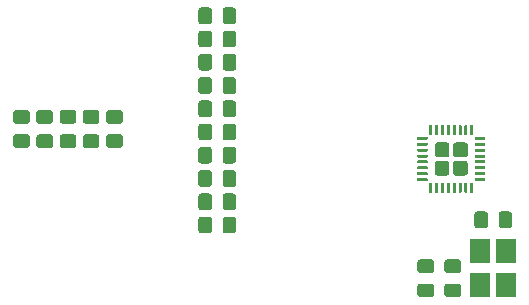
<source format=gbr>
G04 #@! TF.GenerationSoftware,KiCad,Pcbnew,(5.1.5)-3*
G04 #@! TF.CreationDate,2020-07-18T04:54:50-04:00*
G04 #@! TF.ProjectId,MONster64 - NetModule,4d4f4e73-7465-4723-9634-202d204e6574,rev?*
G04 #@! TF.SameCoordinates,Original*
G04 #@! TF.FileFunction,Paste,Top*
G04 #@! TF.FilePolarity,Positive*
%FSLAX46Y46*%
G04 Gerber Fmt 4.6, Leading zero omitted, Abs format (unit mm)*
G04 Created by KiCad (PCBNEW (5.1.5)-3) date 2020-07-18 04:54:50*
%MOMM*%
%LPD*%
G04 APERTURE LIST*
%ADD10C,0.100000*%
%ADD11R,1.725000X2.100000*%
G04 APERTURE END LIST*
D10*
G36*
X178539505Y-101599704D02*
G01*
X178563773Y-101603304D01*
X178587572Y-101609265D01*
X178610671Y-101617530D01*
X178632850Y-101628020D01*
X178653893Y-101640632D01*
X178673599Y-101655247D01*
X178691777Y-101671723D01*
X178708253Y-101689901D01*
X178722868Y-101709607D01*
X178735480Y-101730650D01*
X178745970Y-101752829D01*
X178754235Y-101775928D01*
X178760196Y-101799727D01*
X178763796Y-101823995D01*
X178765000Y-101848499D01*
X178765000Y-102748501D01*
X178763796Y-102773005D01*
X178760196Y-102797273D01*
X178754235Y-102821072D01*
X178745970Y-102844171D01*
X178735480Y-102866350D01*
X178722868Y-102887393D01*
X178708253Y-102907099D01*
X178691777Y-102925277D01*
X178673599Y-102941753D01*
X178653893Y-102956368D01*
X178632850Y-102968980D01*
X178610671Y-102979470D01*
X178587572Y-102987735D01*
X178563773Y-102993696D01*
X178539505Y-102997296D01*
X178515001Y-102998500D01*
X177864999Y-102998500D01*
X177840495Y-102997296D01*
X177816227Y-102993696D01*
X177792428Y-102987735D01*
X177769329Y-102979470D01*
X177747150Y-102968980D01*
X177726107Y-102956368D01*
X177706401Y-102941753D01*
X177688223Y-102925277D01*
X177671747Y-102907099D01*
X177657132Y-102887393D01*
X177644520Y-102866350D01*
X177634030Y-102844171D01*
X177625765Y-102821072D01*
X177619804Y-102797273D01*
X177616204Y-102773005D01*
X177615000Y-102748501D01*
X177615000Y-101848499D01*
X177616204Y-101823995D01*
X177619804Y-101799727D01*
X177625765Y-101775928D01*
X177634030Y-101752829D01*
X177644520Y-101730650D01*
X177657132Y-101709607D01*
X177671747Y-101689901D01*
X177688223Y-101671723D01*
X177706401Y-101655247D01*
X177726107Y-101640632D01*
X177747150Y-101628020D01*
X177769329Y-101617530D01*
X177792428Y-101609265D01*
X177816227Y-101603304D01*
X177840495Y-101599704D01*
X177864999Y-101598500D01*
X178515001Y-101598500D01*
X178539505Y-101599704D01*
G37*
G36*
X176489505Y-101599704D02*
G01*
X176513773Y-101603304D01*
X176537572Y-101609265D01*
X176560671Y-101617530D01*
X176582850Y-101628020D01*
X176603893Y-101640632D01*
X176623599Y-101655247D01*
X176641777Y-101671723D01*
X176658253Y-101689901D01*
X176672868Y-101709607D01*
X176685480Y-101730650D01*
X176695970Y-101752829D01*
X176704235Y-101775928D01*
X176710196Y-101799727D01*
X176713796Y-101823995D01*
X176715000Y-101848499D01*
X176715000Y-102748501D01*
X176713796Y-102773005D01*
X176710196Y-102797273D01*
X176704235Y-102821072D01*
X176695970Y-102844171D01*
X176685480Y-102866350D01*
X176672868Y-102887393D01*
X176658253Y-102907099D01*
X176641777Y-102925277D01*
X176623599Y-102941753D01*
X176603893Y-102956368D01*
X176582850Y-102968980D01*
X176560671Y-102979470D01*
X176537572Y-102987735D01*
X176513773Y-102993696D01*
X176489505Y-102997296D01*
X176465001Y-102998500D01*
X175814999Y-102998500D01*
X175790495Y-102997296D01*
X175766227Y-102993696D01*
X175742428Y-102987735D01*
X175719329Y-102979470D01*
X175697150Y-102968980D01*
X175676107Y-102956368D01*
X175656401Y-102941753D01*
X175638223Y-102925277D01*
X175621747Y-102907099D01*
X175607132Y-102887393D01*
X175594520Y-102866350D01*
X175584030Y-102844171D01*
X175575765Y-102821072D01*
X175569804Y-102797273D01*
X175566204Y-102773005D01*
X175565000Y-102748501D01*
X175565000Y-101848499D01*
X175566204Y-101823995D01*
X175569804Y-101799727D01*
X175575765Y-101775928D01*
X175584030Y-101752829D01*
X175594520Y-101730650D01*
X175607132Y-101709607D01*
X175621747Y-101689901D01*
X175638223Y-101671723D01*
X175656401Y-101655247D01*
X175676107Y-101640632D01*
X175697150Y-101628020D01*
X175719329Y-101617530D01*
X175742428Y-101609265D01*
X175766227Y-101603304D01*
X175790495Y-101599704D01*
X175814999Y-101598500D01*
X176465001Y-101598500D01*
X176489505Y-101599704D01*
G37*
G36*
X174210505Y-105652704D02*
G01*
X174234773Y-105656304D01*
X174258572Y-105662265D01*
X174281671Y-105670530D01*
X174303850Y-105681020D01*
X174324893Y-105693632D01*
X174344599Y-105708247D01*
X174362777Y-105724723D01*
X174379253Y-105742901D01*
X174393868Y-105762607D01*
X174406480Y-105783650D01*
X174416970Y-105805829D01*
X174425235Y-105828928D01*
X174431196Y-105852727D01*
X174434796Y-105876995D01*
X174436000Y-105901499D01*
X174436000Y-106551501D01*
X174434796Y-106576005D01*
X174431196Y-106600273D01*
X174425235Y-106624072D01*
X174416970Y-106647171D01*
X174406480Y-106669350D01*
X174393868Y-106690393D01*
X174379253Y-106710099D01*
X174362777Y-106728277D01*
X174344599Y-106744753D01*
X174324893Y-106759368D01*
X174303850Y-106771980D01*
X174281671Y-106782470D01*
X174258572Y-106790735D01*
X174234773Y-106796696D01*
X174210505Y-106800296D01*
X174186001Y-106801500D01*
X173285999Y-106801500D01*
X173261495Y-106800296D01*
X173237227Y-106796696D01*
X173213428Y-106790735D01*
X173190329Y-106782470D01*
X173168150Y-106771980D01*
X173147107Y-106759368D01*
X173127401Y-106744753D01*
X173109223Y-106728277D01*
X173092747Y-106710099D01*
X173078132Y-106690393D01*
X173065520Y-106669350D01*
X173055030Y-106647171D01*
X173046765Y-106624072D01*
X173040804Y-106600273D01*
X173037204Y-106576005D01*
X173036000Y-106551501D01*
X173036000Y-105901499D01*
X173037204Y-105876995D01*
X173040804Y-105852727D01*
X173046765Y-105828928D01*
X173055030Y-105805829D01*
X173065520Y-105783650D01*
X173078132Y-105762607D01*
X173092747Y-105742901D01*
X173109223Y-105724723D01*
X173127401Y-105708247D01*
X173147107Y-105693632D01*
X173168150Y-105681020D01*
X173190329Y-105670530D01*
X173213428Y-105662265D01*
X173237227Y-105656304D01*
X173261495Y-105652704D01*
X173285999Y-105651500D01*
X174186001Y-105651500D01*
X174210505Y-105652704D01*
G37*
G36*
X174210505Y-107702704D02*
G01*
X174234773Y-107706304D01*
X174258572Y-107712265D01*
X174281671Y-107720530D01*
X174303850Y-107731020D01*
X174324893Y-107743632D01*
X174344599Y-107758247D01*
X174362777Y-107774723D01*
X174379253Y-107792901D01*
X174393868Y-107812607D01*
X174406480Y-107833650D01*
X174416970Y-107855829D01*
X174425235Y-107878928D01*
X174431196Y-107902727D01*
X174434796Y-107926995D01*
X174436000Y-107951499D01*
X174436000Y-108601501D01*
X174434796Y-108626005D01*
X174431196Y-108650273D01*
X174425235Y-108674072D01*
X174416970Y-108697171D01*
X174406480Y-108719350D01*
X174393868Y-108740393D01*
X174379253Y-108760099D01*
X174362777Y-108778277D01*
X174344599Y-108794753D01*
X174324893Y-108809368D01*
X174303850Y-108821980D01*
X174281671Y-108832470D01*
X174258572Y-108840735D01*
X174234773Y-108846696D01*
X174210505Y-108850296D01*
X174186001Y-108851500D01*
X173285999Y-108851500D01*
X173261495Y-108850296D01*
X173237227Y-108846696D01*
X173213428Y-108840735D01*
X173190329Y-108832470D01*
X173168150Y-108821980D01*
X173147107Y-108809368D01*
X173127401Y-108794753D01*
X173109223Y-108778277D01*
X173092747Y-108760099D01*
X173078132Y-108740393D01*
X173065520Y-108719350D01*
X173055030Y-108697171D01*
X173046765Y-108674072D01*
X173040804Y-108650273D01*
X173037204Y-108626005D01*
X173036000Y-108601501D01*
X173036000Y-107951499D01*
X173037204Y-107926995D01*
X173040804Y-107902727D01*
X173046765Y-107878928D01*
X173055030Y-107855829D01*
X173065520Y-107833650D01*
X173078132Y-107812607D01*
X173092747Y-107792901D01*
X173109223Y-107774723D01*
X173127401Y-107758247D01*
X173147107Y-107743632D01*
X173168150Y-107731020D01*
X173190329Y-107720530D01*
X173213428Y-107712265D01*
X173237227Y-107706304D01*
X173261495Y-107702704D01*
X173285999Y-107701500D01*
X174186001Y-107701500D01*
X174210505Y-107702704D01*
G37*
G36*
X153121505Y-92201704D02*
G01*
X153145773Y-92205304D01*
X153169572Y-92211265D01*
X153192671Y-92219530D01*
X153214850Y-92230020D01*
X153235893Y-92242632D01*
X153255599Y-92257247D01*
X153273777Y-92273723D01*
X153290253Y-92291901D01*
X153304868Y-92311607D01*
X153317480Y-92332650D01*
X153327970Y-92354829D01*
X153336235Y-92377928D01*
X153342196Y-92401727D01*
X153345796Y-92425995D01*
X153347000Y-92450499D01*
X153347000Y-93350501D01*
X153345796Y-93375005D01*
X153342196Y-93399273D01*
X153336235Y-93423072D01*
X153327970Y-93446171D01*
X153317480Y-93468350D01*
X153304868Y-93489393D01*
X153290253Y-93509099D01*
X153273777Y-93527277D01*
X153255599Y-93543753D01*
X153235893Y-93558368D01*
X153214850Y-93570980D01*
X153192671Y-93581470D01*
X153169572Y-93589735D01*
X153145773Y-93595696D01*
X153121505Y-93599296D01*
X153097001Y-93600500D01*
X152446999Y-93600500D01*
X152422495Y-93599296D01*
X152398227Y-93595696D01*
X152374428Y-93589735D01*
X152351329Y-93581470D01*
X152329150Y-93570980D01*
X152308107Y-93558368D01*
X152288401Y-93543753D01*
X152270223Y-93527277D01*
X152253747Y-93509099D01*
X152239132Y-93489393D01*
X152226520Y-93468350D01*
X152216030Y-93446171D01*
X152207765Y-93423072D01*
X152201804Y-93399273D01*
X152198204Y-93375005D01*
X152197000Y-93350501D01*
X152197000Y-92450499D01*
X152198204Y-92425995D01*
X152201804Y-92401727D01*
X152207765Y-92377928D01*
X152216030Y-92354829D01*
X152226520Y-92332650D01*
X152239132Y-92311607D01*
X152253747Y-92291901D01*
X152270223Y-92273723D01*
X152288401Y-92257247D01*
X152308107Y-92242632D01*
X152329150Y-92230020D01*
X152351329Y-92219530D01*
X152374428Y-92211265D01*
X152398227Y-92205304D01*
X152422495Y-92201704D01*
X152446999Y-92200500D01*
X153097001Y-92200500D01*
X153121505Y-92201704D01*
G37*
G36*
X155171505Y-92201704D02*
G01*
X155195773Y-92205304D01*
X155219572Y-92211265D01*
X155242671Y-92219530D01*
X155264850Y-92230020D01*
X155285893Y-92242632D01*
X155305599Y-92257247D01*
X155323777Y-92273723D01*
X155340253Y-92291901D01*
X155354868Y-92311607D01*
X155367480Y-92332650D01*
X155377970Y-92354829D01*
X155386235Y-92377928D01*
X155392196Y-92401727D01*
X155395796Y-92425995D01*
X155397000Y-92450499D01*
X155397000Y-93350501D01*
X155395796Y-93375005D01*
X155392196Y-93399273D01*
X155386235Y-93423072D01*
X155377970Y-93446171D01*
X155367480Y-93468350D01*
X155354868Y-93489393D01*
X155340253Y-93509099D01*
X155323777Y-93527277D01*
X155305599Y-93543753D01*
X155285893Y-93558368D01*
X155264850Y-93570980D01*
X155242671Y-93581470D01*
X155219572Y-93589735D01*
X155195773Y-93595696D01*
X155171505Y-93599296D01*
X155147001Y-93600500D01*
X154496999Y-93600500D01*
X154472495Y-93599296D01*
X154448227Y-93595696D01*
X154424428Y-93589735D01*
X154401329Y-93581470D01*
X154379150Y-93570980D01*
X154358107Y-93558368D01*
X154338401Y-93543753D01*
X154320223Y-93527277D01*
X154303747Y-93509099D01*
X154289132Y-93489393D01*
X154276520Y-93468350D01*
X154266030Y-93446171D01*
X154257765Y-93423072D01*
X154251804Y-93399273D01*
X154248204Y-93375005D01*
X154247000Y-93350501D01*
X154247000Y-92450499D01*
X154248204Y-92425995D01*
X154251804Y-92401727D01*
X154257765Y-92377928D01*
X154266030Y-92354829D01*
X154276520Y-92332650D01*
X154289132Y-92311607D01*
X154303747Y-92291901D01*
X154320223Y-92273723D01*
X154338401Y-92257247D01*
X154358107Y-92242632D01*
X154379150Y-92230020D01*
X154401329Y-92219530D01*
X154424428Y-92211265D01*
X154448227Y-92205304D01*
X154472495Y-92201704D01*
X154496999Y-92200500D01*
X155147001Y-92200500D01*
X155171505Y-92201704D01*
G37*
G36*
X155171505Y-90233204D02*
G01*
X155195773Y-90236804D01*
X155219572Y-90242765D01*
X155242671Y-90251030D01*
X155264850Y-90261520D01*
X155285893Y-90274132D01*
X155305599Y-90288747D01*
X155323777Y-90305223D01*
X155340253Y-90323401D01*
X155354868Y-90343107D01*
X155367480Y-90364150D01*
X155377970Y-90386329D01*
X155386235Y-90409428D01*
X155392196Y-90433227D01*
X155395796Y-90457495D01*
X155397000Y-90481999D01*
X155397000Y-91382001D01*
X155395796Y-91406505D01*
X155392196Y-91430773D01*
X155386235Y-91454572D01*
X155377970Y-91477671D01*
X155367480Y-91499850D01*
X155354868Y-91520893D01*
X155340253Y-91540599D01*
X155323777Y-91558777D01*
X155305599Y-91575253D01*
X155285893Y-91589868D01*
X155264850Y-91602480D01*
X155242671Y-91612970D01*
X155219572Y-91621235D01*
X155195773Y-91627196D01*
X155171505Y-91630796D01*
X155147001Y-91632000D01*
X154496999Y-91632000D01*
X154472495Y-91630796D01*
X154448227Y-91627196D01*
X154424428Y-91621235D01*
X154401329Y-91612970D01*
X154379150Y-91602480D01*
X154358107Y-91589868D01*
X154338401Y-91575253D01*
X154320223Y-91558777D01*
X154303747Y-91540599D01*
X154289132Y-91520893D01*
X154276520Y-91499850D01*
X154266030Y-91477671D01*
X154257765Y-91454572D01*
X154251804Y-91430773D01*
X154248204Y-91406505D01*
X154247000Y-91382001D01*
X154247000Y-90481999D01*
X154248204Y-90457495D01*
X154251804Y-90433227D01*
X154257765Y-90409428D01*
X154266030Y-90386329D01*
X154276520Y-90364150D01*
X154289132Y-90343107D01*
X154303747Y-90323401D01*
X154320223Y-90305223D01*
X154338401Y-90288747D01*
X154358107Y-90274132D01*
X154379150Y-90261520D01*
X154401329Y-90251030D01*
X154424428Y-90242765D01*
X154448227Y-90236804D01*
X154472495Y-90233204D01*
X154496999Y-90232000D01*
X155147001Y-90232000D01*
X155171505Y-90233204D01*
G37*
G36*
X153121505Y-90233204D02*
G01*
X153145773Y-90236804D01*
X153169572Y-90242765D01*
X153192671Y-90251030D01*
X153214850Y-90261520D01*
X153235893Y-90274132D01*
X153255599Y-90288747D01*
X153273777Y-90305223D01*
X153290253Y-90323401D01*
X153304868Y-90343107D01*
X153317480Y-90364150D01*
X153327970Y-90386329D01*
X153336235Y-90409428D01*
X153342196Y-90433227D01*
X153345796Y-90457495D01*
X153347000Y-90481999D01*
X153347000Y-91382001D01*
X153345796Y-91406505D01*
X153342196Y-91430773D01*
X153336235Y-91454572D01*
X153327970Y-91477671D01*
X153317480Y-91499850D01*
X153304868Y-91520893D01*
X153290253Y-91540599D01*
X153273777Y-91558777D01*
X153255599Y-91575253D01*
X153235893Y-91589868D01*
X153214850Y-91602480D01*
X153192671Y-91612970D01*
X153169572Y-91621235D01*
X153145773Y-91627196D01*
X153121505Y-91630796D01*
X153097001Y-91632000D01*
X152446999Y-91632000D01*
X152422495Y-91630796D01*
X152398227Y-91627196D01*
X152374428Y-91621235D01*
X152351329Y-91612970D01*
X152329150Y-91602480D01*
X152308107Y-91589868D01*
X152288401Y-91575253D01*
X152270223Y-91558777D01*
X152253747Y-91540599D01*
X152239132Y-91520893D01*
X152226520Y-91499850D01*
X152216030Y-91477671D01*
X152207765Y-91454572D01*
X152201804Y-91430773D01*
X152198204Y-91406505D01*
X152197000Y-91382001D01*
X152197000Y-90481999D01*
X152198204Y-90457495D01*
X152201804Y-90433227D01*
X152207765Y-90409428D01*
X152216030Y-90386329D01*
X152226520Y-90364150D01*
X152239132Y-90343107D01*
X152253747Y-90323401D01*
X152270223Y-90305223D01*
X152288401Y-90288747D01*
X152308107Y-90274132D01*
X152329150Y-90261520D01*
X152351329Y-90251030D01*
X152374428Y-90242765D01*
X152398227Y-90236804D01*
X152422495Y-90233204D01*
X152446999Y-90232000D01*
X153097001Y-90232000D01*
X153121505Y-90233204D01*
G37*
G36*
X153121505Y-86296204D02*
G01*
X153145773Y-86299804D01*
X153169572Y-86305765D01*
X153192671Y-86314030D01*
X153214850Y-86324520D01*
X153235893Y-86337132D01*
X153255599Y-86351747D01*
X153273777Y-86368223D01*
X153290253Y-86386401D01*
X153304868Y-86406107D01*
X153317480Y-86427150D01*
X153327970Y-86449329D01*
X153336235Y-86472428D01*
X153342196Y-86496227D01*
X153345796Y-86520495D01*
X153347000Y-86544999D01*
X153347000Y-87445001D01*
X153345796Y-87469505D01*
X153342196Y-87493773D01*
X153336235Y-87517572D01*
X153327970Y-87540671D01*
X153317480Y-87562850D01*
X153304868Y-87583893D01*
X153290253Y-87603599D01*
X153273777Y-87621777D01*
X153255599Y-87638253D01*
X153235893Y-87652868D01*
X153214850Y-87665480D01*
X153192671Y-87675970D01*
X153169572Y-87684235D01*
X153145773Y-87690196D01*
X153121505Y-87693796D01*
X153097001Y-87695000D01*
X152446999Y-87695000D01*
X152422495Y-87693796D01*
X152398227Y-87690196D01*
X152374428Y-87684235D01*
X152351329Y-87675970D01*
X152329150Y-87665480D01*
X152308107Y-87652868D01*
X152288401Y-87638253D01*
X152270223Y-87621777D01*
X152253747Y-87603599D01*
X152239132Y-87583893D01*
X152226520Y-87562850D01*
X152216030Y-87540671D01*
X152207765Y-87517572D01*
X152201804Y-87493773D01*
X152198204Y-87469505D01*
X152197000Y-87445001D01*
X152197000Y-86544999D01*
X152198204Y-86520495D01*
X152201804Y-86496227D01*
X152207765Y-86472428D01*
X152216030Y-86449329D01*
X152226520Y-86427150D01*
X152239132Y-86406107D01*
X152253747Y-86386401D01*
X152270223Y-86368223D01*
X152288401Y-86351747D01*
X152308107Y-86337132D01*
X152329150Y-86324520D01*
X152351329Y-86314030D01*
X152374428Y-86305765D01*
X152398227Y-86299804D01*
X152422495Y-86296204D01*
X152446999Y-86295000D01*
X153097001Y-86295000D01*
X153121505Y-86296204D01*
G37*
G36*
X155171505Y-86296204D02*
G01*
X155195773Y-86299804D01*
X155219572Y-86305765D01*
X155242671Y-86314030D01*
X155264850Y-86324520D01*
X155285893Y-86337132D01*
X155305599Y-86351747D01*
X155323777Y-86368223D01*
X155340253Y-86386401D01*
X155354868Y-86406107D01*
X155367480Y-86427150D01*
X155377970Y-86449329D01*
X155386235Y-86472428D01*
X155392196Y-86496227D01*
X155395796Y-86520495D01*
X155397000Y-86544999D01*
X155397000Y-87445001D01*
X155395796Y-87469505D01*
X155392196Y-87493773D01*
X155386235Y-87517572D01*
X155377970Y-87540671D01*
X155367480Y-87562850D01*
X155354868Y-87583893D01*
X155340253Y-87603599D01*
X155323777Y-87621777D01*
X155305599Y-87638253D01*
X155285893Y-87652868D01*
X155264850Y-87665480D01*
X155242671Y-87675970D01*
X155219572Y-87684235D01*
X155195773Y-87690196D01*
X155171505Y-87693796D01*
X155147001Y-87695000D01*
X154496999Y-87695000D01*
X154472495Y-87693796D01*
X154448227Y-87690196D01*
X154424428Y-87684235D01*
X154401329Y-87675970D01*
X154379150Y-87665480D01*
X154358107Y-87652868D01*
X154338401Y-87638253D01*
X154320223Y-87621777D01*
X154303747Y-87603599D01*
X154289132Y-87583893D01*
X154276520Y-87562850D01*
X154266030Y-87540671D01*
X154257765Y-87517572D01*
X154251804Y-87493773D01*
X154248204Y-87469505D01*
X154247000Y-87445001D01*
X154247000Y-86544999D01*
X154248204Y-86520495D01*
X154251804Y-86496227D01*
X154257765Y-86472428D01*
X154266030Y-86449329D01*
X154276520Y-86427150D01*
X154289132Y-86406107D01*
X154303747Y-86386401D01*
X154320223Y-86368223D01*
X154338401Y-86351747D01*
X154358107Y-86337132D01*
X154379150Y-86324520D01*
X154401329Y-86314030D01*
X154424428Y-86305765D01*
X154448227Y-86299804D01*
X154472495Y-86296204D01*
X154496999Y-86295000D01*
X155147001Y-86295000D01*
X155171505Y-86296204D01*
G37*
G36*
X155171505Y-84327704D02*
G01*
X155195773Y-84331304D01*
X155219572Y-84337265D01*
X155242671Y-84345530D01*
X155264850Y-84356020D01*
X155285893Y-84368632D01*
X155305599Y-84383247D01*
X155323777Y-84399723D01*
X155340253Y-84417901D01*
X155354868Y-84437607D01*
X155367480Y-84458650D01*
X155377970Y-84480829D01*
X155386235Y-84503928D01*
X155392196Y-84527727D01*
X155395796Y-84551995D01*
X155397000Y-84576499D01*
X155397000Y-85476501D01*
X155395796Y-85501005D01*
X155392196Y-85525273D01*
X155386235Y-85549072D01*
X155377970Y-85572171D01*
X155367480Y-85594350D01*
X155354868Y-85615393D01*
X155340253Y-85635099D01*
X155323777Y-85653277D01*
X155305599Y-85669753D01*
X155285893Y-85684368D01*
X155264850Y-85696980D01*
X155242671Y-85707470D01*
X155219572Y-85715735D01*
X155195773Y-85721696D01*
X155171505Y-85725296D01*
X155147001Y-85726500D01*
X154496999Y-85726500D01*
X154472495Y-85725296D01*
X154448227Y-85721696D01*
X154424428Y-85715735D01*
X154401329Y-85707470D01*
X154379150Y-85696980D01*
X154358107Y-85684368D01*
X154338401Y-85669753D01*
X154320223Y-85653277D01*
X154303747Y-85635099D01*
X154289132Y-85615393D01*
X154276520Y-85594350D01*
X154266030Y-85572171D01*
X154257765Y-85549072D01*
X154251804Y-85525273D01*
X154248204Y-85501005D01*
X154247000Y-85476501D01*
X154247000Y-84576499D01*
X154248204Y-84551995D01*
X154251804Y-84527727D01*
X154257765Y-84503928D01*
X154266030Y-84480829D01*
X154276520Y-84458650D01*
X154289132Y-84437607D01*
X154303747Y-84417901D01*
X154320223Y-84399723D01*
X154338401Y-84383247D01*
X154358107Y-84368632D01*
X154379150Y-84356020D01*
X154401329Y-84345530D01*
X154424428Y-84337265D01*
X154448227Y-84331304D01*
X154472495Y-84327704D01*
X154496999Y-84326500D01*
X155147001Y-84326500D01*
X155171505Y-84327704D01*
G37*
G36*
X153121505Y-84327704D02*
G01*
X153145773Y-84331304D01*
X153169572Y-84337265D01*
X153192671Y-84345530D01*
X153214850Y-84356020D01*
X153235893Y-84368632D01*
X153255599Y-84383247D01*
X153273777Y-84399723D01*
X153290253Y-84417901D01*
X153304868Y-84437607D01*
X153317480Y-84458650D01*
X153327970Y-84480829D01*
X153336235Y-84503928D01*
X153342196Y-84527727D01*
X153345796Y-84551995D01*
X153347000Y-84576499D01*
X153347000Y-85476501D01*
X153345796Y-85501005D01*
X153342196Y-85525273D01*
X153336235Y-85549072D01*
X153327970Y-85572171D01*
X153317480Y-85594350D01*
X153304868Y-85615393D01*
X153290253Y-85635099D01*
X153273777Y-85653277D01*
X153255599Y-85669753D01*
X153235893Y-85684368D01*
X153214850Y-85696980D01*
X153192671Y-85707470D01*
X153169572Y-85715735D01*
X153145773Y-85721696D01*
X153121505Y-85725296D01*
X153097001Y-85726500D01*
X152446999Y-85726500D01*
X152422495Y-85725296D01*
X152398227Y-85721696D01*
X152374428Y-85715735D01*
X152351329Y-85707470D01*
X152329150Y-85696980D01*
X152308107Y-85684368D01*
X152288401Y-85669753D01*
X152270223Y-85653277D01*
X152253747Y-85635099D01*
X152239132Y-85615393D01*
X152226520Y-85594350D01*
X152216030Y-85572171D01*
X152207765Y-85549072D01*
X152201804Y-85525273D01*
X152198204Y-85501005D01*
X152197000Y-85476501D01*
X152197000Y-84576499D01*
X152198204Y-84551995D01*
X152201804Y-84527727D01*
X152207765Y-84503928D01*
X152216030Y-84480829D01*
X152226520Y-84458650D01*
X152239132Y-84437607D01*
X152253747Y-84417901D01*
X152270223Y-84399723D01*
X152288401Y-84383247D01*
X152308107Y-84368632D01*
X152329150Y-84356020D01*
X152351329Y-84345530D01*
X152374428Y-84337265D01*
X152398227Y-84331304D01*
X152422495Y-84327704D01*
X152446999Y-84326500D01*
X153097001Y-84326500D01*
X153121505Y-84327704D01*
G37*
G36*
X145572005Y-95066204D02*
G01*
X145596273Y-95069804D01*
X145620072Y-95075765D01*
X145643171Y-95084030D01*
X145665350Y-95094520D01*
X145686393Y-95107132D01*
X145706099Y-95121747D01*
X145724277Y-95138223D01*
X145740753Y-95156401D01*
X145755368Y-95176107D01*
X145767980Y-95197150D01*
X145778470Y-95219329D01*
X145786735Y-95242428D01*
X145792696Y-95266227D01*
X145796296Y-95290495D01*
X145797500Y-95314999D01*
X145797500Y-95965001D01*
X145796296Y-95989505D01*
X145792696Y-96013773D01*
X145786735Y-96037572D01*
X145778470Y-96060671D01*
X145767980Y-96082850D01*
X145755368Y-96103893D01*
X145740753Y-96123599D01*
X145724277Y-96141777D01*
X145706099Y-96158253D01*
X145686393Y-96172868D01*
X145665350Y-96185480D01*
X145643171Y-96195970D01*
X145620072Y-96204235D01*
X145596273Y-96210196D01*
X145572005Y-96213796D01*
X145547501Y-96215000D01*
X144647499Y-96215000D01*
X144622995Y-96213796D01*
X144598727Y-96210196D01*
X144574928Y-96204235D01*
X144551829Y-96195970D01*
X144529650Y-96185480D01*
X144508607Y-96172868D01*
X144488901Y-96158253D01*
X144470723Y-96141777D01*
X144454247Y-96123599D01*
X144439632Y-96103893D01*
X144427020Y-96082850D01*
X144416530Y-96060671D01*
X144408265Y-96037572D01*
X144402304Y-96013773D01*
X144398704Y-95989505D01*
X144397500Y-95965001D01*
X144397500Y-95314999D01*
X144398704Y-95290495D01*
X144402304Y-95266227D01*
X144408265Y-95242428D01*
X144416530Y-95219329D01*
X144427020Y-95197150D01*
X144439632Y-95176107D01*
X144454247Y-95156401D01*
X144470723Y-95138223D01*
X144488901Y-95121747D01*
X144508607Y-95107132D01*
X144529650Y-95094520D01*
X144551829Y-95084030D01*
X144574928Y-95075765D01*
X144598727Y-95069804D01*
X144622995Y-95066204D01*
X144647499Y-95065000D01*
X145547501Y-95065000D01*
X145572005Y-95066204D01*
G37*
G36*
X145572005Y-93016204D02*
G01*
X145596273Y-93019804D01*
X145620072Y-93025765D01*
X145643171Y-93034030D01*
X145665350Y-93044520D01*
X145686393Y-93057132D01*
X145706099Y-93071747D01*
X145724277Y-93088223D01*
X145740753Y-93106401D01*
X145755368Y-93126107D01*
X145767980Y-93147150D01*
X145778470Y-93169329D01*
X145786735Y-93192428D01*
X145792696Y-93216227D01*
X145796296Y-93240495D01*
X145797500Y-93264999D01*
X145797500Y-93915001D01*
X145796296Y-93939505D01*
X145792696Y-93963773D01*
X145786735Y-93987572D01*
X145778470Y-94010671D01*
X145767980Y-94032850D01*
X145755368Y-94053893D01*
X145740753Y-94073599D01*
X145724277Y-94091777D01*
X145706099Y-94108253D01*
X145686393Y-94122868D01*
X145665350Y-94135480D01*
X145643171Y-94145970D01*
X145620072Y-94154235D01*
X145596273Y-94160196D01*
X145572005Y-94163796D01*
X145547501Y-94165000D01*
X144647499Y-94165000D01*
X144622995Y-94163796D01*
X144598727Y-94160196D01*
X144574928Y-94154235D01*
X144551829Y-94145970D01*
X144529650Y-94135480D01*
X144508607Y-94122868D01*
X144488901Y-94108253D01*
X144470723Y-94091777D01*
X144454247Y-94073599D01*
X144439632Y-94053893D01*
X144427020Y-94032850D01*
X144416530Y-94010671D01*
X144408265Y-93987572D01*
X144402304Y-93963773D01*
X144398704Y-93939505D01*
X144397500Y-93915001D01*
X144397500Y-93264999D01*
X144398704Y-93240495D01*
X144402304Y-93216227D01*
X144408265Y-93192428D01*
X144416530Y-93169329D01*
X144427020Y-93147150D01*
X144439632Y-93126107D01*
X144454247Y-93106401D01*
X144470723Y-93088223D01*
X144488901Y-93071747D01*
X144508607Y-93057132D01*
X144529650Y-93044520D01*
X144551829Y-93034030D01*
X144574928Y-93025765D01*
X144598727Y-93019804D01*
X144622995Y-93016204D01*
X144647499Y-93015000D01*
X145547501Y-93015000D01*
X145572005Y-93016204D01*
G37*
G36*
X153121505Y-98107204D02*
G01*
X153145773Y-98110804D01*
X153169572Y-98116765D01*
X153192671Y-98125030D01*
X153214850Y-98135520D01*
X153235893Y-98148132D01*
X153255599Y-98162747D01*
X153273777Y-98179223D01*
X153290253Y-98197401D01*
X153304868Y-98217107D01*
X153317480Y-98238150D01*
X153327970Y-98260329D01*
X153336235Y-98283428D01*
X153342196Y-98307227D01*
X153345796Y-98331495D01*
X153347000Y-98355999D01*
X153347000Y-99256001D01*
X153345796Y-99280505D01*
X153342196Y-99304773D01*
X153336235Y-99328572D01*
X153327970Y-99351671D01*
X153317480Y-99373850D01*
X153304868Y-99394893D01*
X153290253Y-99414599D01*
X153273777Y-99432777D01*
X153255599Y-99449253D01*
X153235893Y-99463868D01*
X153214850Y-99476480D01*
X153192671Y-99486970D01*
X153169572Y-99495235D01*
X153145773Y-99501196D01*
X153121505Y-99504796D01*
X153097001Y-99506000D01*
X152446999Y-99506000D01*
X152422495Y-99504796D01*
X152398227Y-99501196D01*
X152374428Y-99495235D01*
X152351329Y-99486970D01*
X152329150Y-99476480D01*
X152308107Y-99463868D01*
X152288401Y-99449253D01*
X152270223Y-99432777D01*
X152253747Y-99414599D01*
X152239132Y-99394893D01*
X152226520Y-99373850D01*
X152216030Y-99351671D01*
X152207765Y-99328572D01*
X152201804Y-99304773D01*
X152198204Y-99280505D01*
X152197000Y-99256001D01*
X152197000Y-98355999D01*
X152198204Y-98331495D01*
X152201804Y-98307227D01*
X152207765Y-98283428D01*
X152216030Y-98260329D01*
X152226520Y-98238150D01*
X152239132Y-98217107D01*
X152253747Y-98197401D01*
X152270223Y-98179223D01*
X152288401Y-98162747D01*
X152308107Y-98148132D01*
X152329150Y-98135520D01*
X152351329Y-98125030D01*
X152374428Y-98116765D01*
X152398227Y-98110804D01*
X152422495Y-98107204D01*
X152446999Y-98106000D01*
X153097001Y-98106000D01*
X153121505Y-98107204D01*
G37*
G36*
X155171505Y-98107204D02*
G01*
X155195773Y-98110804D01*
X155219572Y-98116765D01*
X155242671Y-98125030D01*
X155264850Y-98135520D01*
X155285893Y-98148132D01*
X155305599Y-98162747D01*
X155323777Y-98179223D01*
X155340253Y-98197401D01*
X155354868Y-98217107D01*
X155367480Y-98238150D01*
X155377970Y-98260329D01*
X155386235Y-98283428D01*
X155392196Y-98307227D01*
X155395796Y-98331495D01*
X155397000Y-98355999D01*
X155397000Y-99256001D01*
X155395796Y-99280505D01*
X155392196Y-99304773D01*
X155386235Y-99328572D01*
X155377970Y-99351671D01*
X155367480Y-99373850D01*
X155354868Y-99394893D01*
X155340253Y-99414599D01*
X155323777Y-99432777D01*
X155305599Y-99449253D01*
X155285893Y-99463868D01*
X155264850Y-99476480D01*
X155242671Y-99486970D01*
X155219572Y-99495235D01*
X155195773Y-99501196D01*
X155171505Y-99504796D01*
X155147001Y-99506000D01*
X154496999Y-99506000D01*
X154472495Y-99504796D01*
X154448227Y-99501196D01*
X154424428Y-99495235D01*
X154401329Y-99486970D01*
X154379150Y-99476480D01*
X154358107Y-99463868D01*
X154338401Y-99449253D01*
X154320223Y-99432777D01*
X154303747Y-99414599D01*
X154289132Y-99394893D01*
X154276520Y-99373850D01*
X154266030Y-99351671D01*
X154257765Y-99328572D01*
X154251804Y-99304773D01*
X154248204Y-99280505D01*
X154247000Y-99256001D01*
X154247000Y-98355999D01*
X154248204Y-98331495D01*
X154251804Y-98307227D01*
X154257765Y-98283428D01*
X154266030Y-98260329D01*
X154276520Y-98238150D01*
X154289132Y-98217107D01*
X154303747Y-98197401D01*
X154320223Y-98179223D01*
X154338401Y-98162747D01*
X154358107Y-98148132D01*
X154379150Y-98135520D01*
X154401329Y-98125030D01*
X154424428Y-98116765D01*
X154448227Y-98110804D01*
X154472495Y-98107204D01*
X154496999Y-98106000D01*
X155147001Y-98106000D01*
X155171505Y-98107204D01*
G37*
G36*
X143603505Y-93016204D02*
G01*
X143627773Y-93019804D01*
X143651572Y-93025765D01*
X143674671Y-93034030D01*
X143696850Y-93044520D01*
X143717893Y-93057132D01*
X143737599Y-93071747D01*
X143755777Y-93088223D01*
X143772253Y-93106401D01*
X143786868Y-93126107D01*
X143799480Y-93147150D01*
X143809970Y-93169329D01*
X143818235Y-93192428D01*
X143824196Y-93216227D01*
X143827796Y-93240495D01*
X143829000Y-93264999D01*
X143829000Y-93915001D01*
X143827796Y-93939505D01*
X143824196Y-93963773D01*
X143818235Y-93987572D01*
X143809970Y-94010671D01*
X143799480Y-94032850D01*
X143786868Y-94053893D01*
X143772253Y-94073599D01*
X143755777Y-94091777D01*
X143737599Y-94108253D01*
X143717893Y-94122868D01*
X143696850Y-94135480D01*
X143674671Y-94145970D01*
X143651572Y-94154235D01*
X143627773Y-94160196D01*
X143603505Y-94163796D01*
X143579001Y-94165000D01*
X142678999Y-94165000D01*
X142654495Y-94163796D01*
X142630227Y-94160196D01*
X142606428Y-94154235D01*
X142583329Y-94145970D01*
X142561150Y-94135480D01*
X142540107Y-94122868D01*
X142520401Y-94108253D01*
X142502223Y-94091777D01*
X142485747Y-94073599D01*
X142471132Y-94053893D01*
X142458520Y-94032850D01*
X142448030Y-94010671D01*
X142439765Y-93987572D01*
X142433804Y-93963773D01*
X142430204Y-93939505D01*
X142429000Y-93915001D01*
X142429000Y-93264999D01*
X142430204Y-93240495D01*
X142433804Y-93216227D01*
X142439765Y-93192428D01*
X142448030Y-93169329D01*
X142458520Y-93147150D01*
X142471132Y-93126107D01*
X142485747Y-93106401D01*
X142502223Y-93088223D01*
X142520401Y-93071747D01*
X142540107Y-93057132D01*
X142561150Y-93044520D01*
X142583329Y-93034030D01*
X142606428Y-93025765D01*
X142630227Y-93019804D01*
X142654495Y-93016204D01*
X142678999Y-93015000D01*
X143579001Y-93015000D01*
X143603505Y-93016204D01*
G37*
G36*
X143603505Y-95066204D02*
G01*
X143627773Y-95069804D01*
X143651572Y-95075765D01*
X143674671Y-95084030D01*
X143696850Y-95094520D01*
X143717893Y-95107132D01*
X143737599Y-95121747D01*
X143755777Y-95138223D01*
X143772253Y-95156401D01*
X143786868Y-95176107D01*
X143799480Y-95197150D01*
X143809970Y-95219329D01*
X143818235Y-95242428D01*
X143824196Y-95266227D01*
X143827796Y-95290495D01*
X143829000Y-95314999D01*
X143829000Y-95965001D01*
X143827796Y-95989505D01*
X143824196Y-96013773D01*
X143818235Y-96037572D01*
X143809970Y-96060671D01*
X143799480Y-96082850D01*
X143786868Y-96103893D01*
X143772253Y-96123599D01*
X143755777Y-96141777D01*
X143737599Y-96158253D01*
X143717893Y-96172868D01*
X143696850Y-96185480D01*
X143674671Y-96195970D01*
X143651572Y-96204235D01*
X143627773Y-96210196D01*
X143603505Y-96213796D01*
X143579001Y-96215000D01*
X142678999Y-96215000D01*
X142654495Y-96213796D01*
X142630227Y-96210196D01*
X142606428Y-96204235D01*
X142583329Y-96195970D01*
X142561150Y-96185480D01*
X142540107Y-96172868D01*
X142520401Y-96158253D01*
X142502223Y-96141777D01*
X142485747Y-96123599D01*
X142471132Y-96103893D01*
X142458520Y-96082850D01*
X142448030Y-96060671D01*
X142439765Y-96037572D01*
X142433804Y-96013773D01*
X142430204Y-95989505D01*
X142429000Y-95965001D01*
X142429000Y-95314999D01*
X142430204Y-95290495D01*
X142433804Y-95266227D01*
X142439765Y-95242428D01*
X142448030Y-95219329D01*
X142458520Y-95197150D01*
X142471132Y-95176107D01*
X142485747Y-95156401D01*
X142502223Y-95138223D01*
X142520401Y-95121747D01*
X142540107Y-95107132D01*
X142561150Y-95094520D01*
X142583329Y-95084030D01*
X142606428Y-95075765D01*
X142630227Y-95069804D01*
X142654495Y-95066204D01*
X142678999Y-95065000D01*
X143579001Y-95065000D01*
X143603505Y-95066204D01*
G37*
G36*
X155171505Y-96138704D02*
G01*
X155195773Y-96142304D01*
X155219572Y-96148265D01*
X155242671Y-96156530D01*
X155264850Y-96167020D01*
X155285893Y-96179632D01*
X155305599Y-96194247D01*
X155323777Y-96210723D01*
X155340253Y-96228901D01*
X155354868Y-96248607D01*
X155367480Y-96269650D01*
X155377970Y-96291829D01*
X155386235Y-96314928D01*
X155392196Y-96338727D01*
X155395796Y-96362995D01*
X155397000Y-96387499D01*
X155397000Y-97287501D01*
X155395796Y-97312005D01*
X155392196Y-97336273D01*
X155386235Y-97360072D01*
X155377970Y-97383171D01*
X155367480Y-97405350D01*
X155354868Y-97426393D01*
X155340253Y-97446099D01*
X155323777Y-97464277D01*
X155305599Y-97480753D01*
X155285893Y-97495368D01*
X155264850Y-97507980D01*
X155242671Y-97518470D01*
X155219572Y-97526735D01*
X155195773Y-97532696D01*
X155171505Y-97536296D01*
X155147001Y-97537500D01*
X154496999Y-97537500D01*
X154472495Y-97536296D01*
X154448227Y-97532696D01*
X154424428Y-97526735D01*
X154401329Y-97518470D01*
X154379150Y-97507980D01*
X154358107Y-97495368D01*
X154338401Y-97480753D01*
X154320223Y-97464277D01*
X154303747Y-97446099D01*
X154289132Y-97426393D01*
X154276520Y-97405350D01*
X154266030Y-97383171D01*
X154257765Y-97360072D01*
X154251804Y-97336273D01*
X154248204Y-97312005D01*
X154247000Y-97287501D01*
X154247000Y-96387499D01*
X154248204Y-96362995D01*
X154251804Y-96338727D01*
X154257765Y-96314928D01*
X154266030Y-96291829D01*
X154276520Y-96269650D01*
X154289132Y-96248607D01*
X154303747Y-96228901D01*
X154320223Y-96210723D01*
X154338401Y-96194247D01*
X154358107Y-96179632D01*
X154379150Y-96167020D01*
X154401329Y-96156530D01*
X154424428Y-96148265D01*
X154448227Y-96142304D01*
X154472495Y-96138704D01*
X154496999Y-96137500D01*
X155147001Y-96137500D01*
X155171505Y-96138704D01*
G37*
G36*
X153121505Y-96138704D02*
G01*
X153145773Y-96142304D01*
X153169572Y-96148265D01*
X153192671Y-96156530D01*
X153214850Y-96167020D01*
X153235893Y-96179632D01*
X153255599Y-96194247D01*
X153273777Y-96210723D01*
X153290253Y-96228901D01*
X153304868Y-96248607D01*
X153317480Y-96269650D01*
X153327970Y-96291829D01*
X153336235Y-96314928D01*
X153342196Y-96338727D01*
X153345796Y-96362995D01*
X153347000Y-96387499D01*
X153347000Y-97287501D01*
X153345796Y-97312005D01*
X153342196Y-97336273D01*
X153336235Y-97360072D01*
X153327970Y-97383171D01*
X153317480Y-97405350D01*
X153304868Y-97426393D01*
X153290253Y-97446099D01*
X153273777Y-97464277D01*
X153255599Y-97480753D01*
X153235893Y-97495368D01*
X153214850Y-97507980D01*
X153192671Y-97518470D01*
X153169572Y-97526735D01*
X153145773Y-97532696D01*
X153121505Y-97536296D01*
X153097001Y-97537500D01*
X152446999Y-97537500D01*
X152422495Y-97536296D01*
X152398227Y-97532696D01*
X152374428Y-97526735D01*
X152351329Y-97518470D01*
X152329150Y-97507980D01*
X152308107Y-97495368D01*
X152288401Y-97480753D01*
X152270223Y-97464277D01*
X152253747Y-97446099D01*
X152239132Y-97426393D01*
X152226520Y-97405350D01*
X152216030Y-97383171D01*
X152207765Y-97360072D01*
X152201804Y-97336273D01*
X152198204Y-97312005D01*
X152197000Y-97287501D01*
X152197000Y-96387499D01*
X152198204Y-96362995D01*
X152201804Y-96338727D01*
X152207765Y-96314928D01*
X152216030Y-96291829D01*
X152226520Y-96269650D01*
X152239132Y-96248607D01*
X152253747Y-96228901D01*
X152270223Y-96210723D01*
X152288401Y-96194247D01*
X152308107Y-96179632D01*
X152329150Y-96167020D01*
X152351329Y-96156530D01*
X152374428Y-96148265D01*
X152398227Y-96142304D01*
X152422495Y-96138704D01*
X152446999Y-96137500D01*
X153097001Y-96137500D01*
X153121505Y-96138704D01*
G37*
G36*
X137698005Y-93016204D02*
G01*
X137722273Y-93019804D01*
X137746072Y-93025765D01*
X137769171Y-93034030D01*
X137791350Y-93044520D01*
X137812393Y-93057132D01*
X137832099Y-93071747D01*
X137850277Y-93088223D01*
X137866753Y-93106401D01*
X137881368Y-93126107D01*
X137893980Y-93147150D01*
X137904470Y-93169329D01*
X137912735Y-93192428D01*
X137918696Y-93216227D01*
X137922296Y-93240495D01*
X137923500Y-93264999D01*
X137923500Y-93915001D01*
X137922296Y-93939505D01*
X137918696Y-93963773D01*
X137912735Y-93987572D01*
X137904470Y-94010671D01*
X137893980Y-94032850D01*
X137881368Y-94053893D01*
X137866753Y-94073599D01*
X137850277Y-94091777D01*
X137832099Y-94108253D01*
X137812393Y-94122868D01*
X137791350Y-94135480D01*
X137769171Y-94145970D01*
X137746072Y-94154235D01*
X137722273Y-94160196D01*
X137698005Y-94163796D01*
X137673501Y-94165000D01*
X136773499Y-94165000D01*
X136748995Y-94163796D01*
X136724727Y-94160196D01*
X136700928Y-94154235D01*
X136677829Y-94145970D01*
X136655650Y-94135480D01*
X136634607Y-94122868D01*
X136614901Y-94108253D01*
X136596723Y-94091777D01*
X136580247Y-94073599D01*
X136565632Y-94053893D01*
X136553020Y-94032850D01*
X136542530Y-94010671D01*
X136534265Y-93987572D01*
X136528304Y-93963773D01*
X136524704Y-93939505D01*
X136523500Y-93915001D01*
X136523500Y-93264999D01*
X136524704Y-93240495D01*
X136528304Y-93216227D01*
X136534265Y-93192428D01*
X136542530Y-93169329D01*
X136553020Y-93147150D01*
X136565632Y-93126107D01*
X136580247Y-93106401D01*
X136596723Y-93088223D01*
X136614901Y-93071747D01*
X136634607Y-93057132D01*
X136655650Y-93044520D01*
X136677829Y-93034030D01*
X136700928Y-93025765D01*
X136724727Y-93019804D01*
X136748995Y-93016204D01*
X136773499Y-93015000D01*
X137673501Y-93015000D01*
X137698005Y-93016204D01*
G37*
G36*
X137698005Y-95066204D02*
G01*
X137722273Y-95069804D01*
X137746072Y-95075765D01*
X137769171Y-95084030D01*
X137791350Y-95094520D01*
X137812393Y-95107132D01*
X137832099Y-95121747D01*
X137850277Y-95138223D01*
X137866753Y-95156401D01*
X137881368Y-95176107D01*
X137893980Y-95197150D01*
X137904470Y-95219329D01*
X137912735Y-95242428D01*
X137918696Y-95266227D01*
X137922296Y-95290495D01*
X137923500Y-95314999D01*
X137923500Y-95965001D01*
X137922296Y-95989505D01*
X137918696Y-96013773D01*
X137912735Y-96037572D01*
X137904470Y-96060671D01*
X137893980Y-96082850D01*
X137881368Y-96103893D01*
X137866753Y-96123599D01*
X137850277Y-96141777D01*
X137832099Y-96158253D01*
X137812393Y-96172868D01*
X137791350Y-96185480D01*
X137769171Y-96195970D01*
X137746072Y-96204235D01*
X137722273Y-96210196D01*
X137698005Y-96213796D01*
X137673501Y-96215000D01*
X136773499Y-96215000D01*
X136748995Y-96213796D01*
X136724727Y-96210196D01*
X136700928Y-96204235D01*
X136677829Y-96195970D01*
X136655650Y-96185480D01*
X136634607Y-96172868D01*
X136614901Y-96158253D01*
X136596723Y-96141777D01*
X136580247Y-96123599D01*
X136565632Y-96103893D01*
X136553020Y-96082850D01*
X136542530Y-96060671D01*
X136534265Y-96037572D01*
X136528304Y-96013773D01*
X136524704Y-95989505D01*
X136523500Y-95965001D01*
X136523500Y-95314999D01*
X136524704Y-95290495D01*
X136528304Y-95266227D01*
X136534265Y-95242428D01*
X136542530Y-95219329D01*
X136553020Y-95197150D01*
X136565632Y-95176107D01*
X136580247Y-95156401D01*
X136596723Y-95138223D01*
X136614901Y-95121747D01*
X136634607Y-95107132D01*
X136655650Y-95094520D01*
X136677829Y-95084030D01*
X136700928Y-95075765D01*
X136724727Y-95069804D01*
X136748995Y-95066204D01*
X136773499Y-95065000D01*
X137673501Y-95065000D01*
X137698005Y-95066204D01*
G37*
G36*
X139666505Y-95066204D02*
G01*
X139690773Y-95069804D01*
X139714572Y-95075765D01*
X139737671Y-95084030D01*
X139759850Y-95094520D01*
X139780893Y-95107132D01*
X139800599Y-95121747D01*
X139818777Y-95138223D01*
X139835253Y-95156401D01*
X139849868Y-95176107D01*
X139862480Y-95197150D01*
X139872970Y-95219329D01*
X139881235Y-95242428D01*
X139887196Y-95266227D01*
X139890796Y-95290495D01*
X139892000Y-95314999D01*
X139892000Y-95965001D01*
X139890796Y-95989505D01*
X139887196Y-96013773D01*
X139881235Y-96037572D01*
X139872970Y-96060671D01*
X139862480Y-96082850D01*
X139849868Y-96103893D01*
X139835253Y-96123599D01*
X139818777Y-96141777D01*
X139800599Y-96158253D01*
X139780893Y-96172868D01*
X139759850Y-96185480D01*
X139737671Y-96195970D01*
X139714572Y-96204235D01*
X139690773Y-96210196D01*
X139666505Y-96213796D01*
X139642001Y-96215000D01*
X138741999Y-96215000D01*
X138717495Y-96213796D01*
X138693227Y-96210196D01*
X138669428Y-96204235D01*
X138646329Y-96195970D01*
X138624150Y-96185480D01*
X138603107Y-96172868D01*
X138583401Y-96158253D01*
X138565223Y-96141777D01*
X138548747Y-96123599D01*
X138534132Y-96103893D01*
X138521520Y-96082850D01*
X138511030Y-96060671D01*
X138502765Y-96037572D01*
X138496804Y-96013773D01*
X138493204Y-95989505D01*
X138492000Y-95965001D01*
X138492000Y-95314999D01*
X138493204Y-95290495D01*
X138496804Y-95266227D01*
X138502765Y-95242428D01*
X138511030Y-95219329D01*
X138521520Y-95197150D01*
X138534132Y-95176107D01*
X138548747Y-95156401D01*
X138565223Y-95138223D01*
X138583401Y-95121747D01*
X138603107Y-95107132D01*
X138624150Y-95094520D01*
X138646329Y-95084030D01*
X138669428Y-95075765D01*
X138693227Y-95069804D01*
X138717495Y-95066204D01*
X138741999Y-95065000D01*
X139642001Y-95065000D01*
X139666505Y-95066204D01*
G37*
G36*
X139666505Y-93016204D02*
G01*
X139690773Y-93019804D01*
X139714572Y-93025765D01*
X139737671Y-93034030D01*
X139759850Y-93044520D01*
X139780893Y-93057132D01*
X139800599Y-93071747D01*
X139818777Y-93088223D01*
X139835253Y-93106401D01*
X139849868Y-93126107D01*
X139862480Y-93147150D01*
X139872970Y-93169329D01*
X139881235Y-93192428D01*
X139887196Y-93216227D01*
X139890796Y-93240495D01*
X139892000Y-93264999D01*
X139892000Y-93915001D01*
X139890796Y-93939505D01*
X139887196Y-93963773D01*
X139881235Y-93987572D01*
X139872970Y-94010671D01*
X139862480Y-94032850D01*
X139849868Y-94053893D01*
X139835253Y-94073599D01*
X139818777Y-94091777D01*
X139800599Y-94108253D01*
X139780893Y-94122868D01*
X139759850Y-94135480D01*
X139737671Y-94145970D01*
X139714572Y-94154235D01*
X139690773Y-94160196D01*
X139666505Y-94163796D01*
X139642001Y-94165000D01*
X138741999Y-94165000D01*
X138717495Y-94163796D01*
X138693227Y-94160196D01*
X138669428Y-94154235D01*
X138646329Y-94145970D01*
X138624150Y-94135480D01*
X138603107Y-94122868D01*
X138583401Y-94108253D01*
X138565223Y-94091777D01*
X138548747Y-94073599D01*
X138534132Y-94053893D01*
X138521520Y-94032850D01*
X138511030Y-94010671D01*
X138502765Y-93987572D01*
X138496804Y-93963773D01*
X138493204Y-93939505D01*
X138492000Y-93915001D01*
X138492000Y-93264999D01*
X138493204Y-93240495D01*
X138496804Y-93216227D01*
X138502765Y-93192428D01*
X138511030Y-93169329D01*
X138521520Y-93147150D01*
X138534132Y-93126107D01*
X138548747Y-93106401D01*
X138565223Y-93088223D01*
X138583401Y-93071747D01*
X138603107Y-93057132D01*
X138624150Y-93044520D01*
X138646329Y-93034030D01*
X138669428Y-93025765D01*
X138693227Y-93019804D01*
X138717495Y-93016204D01*
X138741999Y-93015000D01*
X139642001Y-93015000D01*
X139666505Y-93016204D01*
G37*
G36*
X155180505Y-88264704D02*
G01*
X155204773Y-88268304D01*
X155228572Y-88274265D01*
X155251671Y-88282530D01*
X155273850Y-88293020D01*
X155294893Y-88305632D01*
X155314599Y-88320247D01*
X155332777Y-88336723D01*
X155349253Y-88354901D01*
X155363868Y-88374607D01*
X155376480Y-88395650D01*
X155386970Y-88417829D01*
X155395235Y-88440928D01*
X155401196Y-88464727D01*
X155404796Y-88488995D01*
X155406000Y-88513499D01*
X155406000Y-89413501D01*
X155404796Y-89438005D01*
X155401196Y-89462273D01*
X155395235Y-89486072D01*
X155386970Y-89509171D01*
X155376480Y-89531350D01*
X155363868Y-89552393D01*
X155349253Y-89572099D01*
X155332777Y-89590277D01*
X155314599Y-89606753D01*
X155294893Y-89621368D01*
X155273850Y-89633980D01*
X155251671Y-89644470D01*
X155228572Y-89652735D01*
X155204773Y-89658696D01*
X155180505Y-89662296D01*
X155156001Y-89663500D01*
X154505999Y-89663500D01*
X154481495Y-89662296D01*
X154457227Y-89658696D01*
X154433428Y-89652735D01*
X154410329Y-89644470D01*
X154388150Y-89633980D01*
X154367107Y-89621368D01*
X154347401Y-89606753D01*
X154329223Y-89590277D01*
X154312747Y-89572099D01*
X154298132Y-89552393D01*
X154285520Y-89531350D01*
X154275030Y-89509171D01*
X154266765Y-89486072D01*
X154260804Y-89462273D01*
X154257204Y-89438005D01*
X154256000Y-89413501D01*
X154256000Y-88513499D01*
X154257204Y-88488995D01*
X154260804Y-88464727D01*
X154266765Y-88440928D01*
X154275030Y-88417829D01*
X154285520Y-88395650D01*
X154298132Y-88374607D01*
X154312747Y-88354901D01*
X154329223Y-88336723D01*
X154347401Y-88320247D01*
X154367107Y-88305632D01*
X154388150Y-88293020D01*
X154410329Y-88282530D01*
X154433428Y-88274265D01*
X154457227Y-88268304D01*
X154481495Y-88264704D01*
X154505999Y-88263500D01*
X155156001Y-88263500D01*
X155180505Y-88264704D01*
G37*
G36*
X153130505Y-88264704D02*
G01*
X153154773Y-88268304D01*
X153178572Y-88274265D01*
X153201671Y-88282530D01*
X153223850Y-88293020D01*
X153244893Y-88305632D01*
X153264599Y-88320247D01*
X153282777Y-88336723D01*
X153299253Y-88354901D01*
X153313868Y-88374607D01*
X153326480Y-88395650D01*
X153336970Y-88417829D01*
X153345235Y-88440928D01*
X153351196Y-88464727D01*
X153354796Y-88488995D01*
X153356000Y-88513499D01*
X153356000Y-89413501D01*
X153354796Y-89438005D01*
X153351196Y-89462273D01*
X153345235Y-89486072D01*
X153336970Y-89509171D01*
X153326480Y-89531350D01*
X153313868Y-89552393D01*
X153299253Y-89572099D01*
X153282777Y-89590277D01*
X153264599Y-89606753D01*
X153244893Y-89621368D01*
X153223850Y-89633980D01*
X153201671Y-89644470D01*
X153178572Y-89652735D01*
X153154773Y-89658696D01*
X153130505Y-89662296D01*
X153106001Y-89663500D01*
X152455999Y-89663500D01*
X152431495Y-89662296D01*
X152407227Y-89658696D01*
X152383428Y-89652735D01*
X152360329Y-89644470D01*
X152338150Y-89633980D01*
X152317107Y-89621368D01*
X152297401Y-89606753D01*
X152279223Y-89590277D01*
X152262747Y-89572099D01*
X152248132Y-89552393D01*
X152235520Y-89531350D01*
X152225030Y-89509171D01*
X152216765Y-89486072D01*
X152210804Y-89462273D01*
X152207204Y-89438005D01*
X152206000Y-89413501D01*
X152206000Y-88513499D01*
X152207204Y-88488995D01*
X152210804Y-88464727D01*
X152216765Y-88440928D01*
X152225030Y-88417829D01*
X152235520Y-88395650D01*
X152248132Y-88374607D01*
X152262747Y-88354901D01*
X152279223Y-88336723D01*
X152297401Y-88320247D01*
X152317107Y-88305632D01*
X152338150Y-88293020D01*
X152360329Y-88282530D01*
X152383428Y-88274265D01*
X152407227Y-88268304D01*
X152431495Y-88264704D01*
X152455999Y-88263500D01*
X153106001Y-88263500D01*
X153130505Y-88264704D01*
G37*
G36*
X171924505Y-107702704D02*
G01*
X171948773Y-107706304D01*
X171972572Y-107712265D01*
X171995671Y-107720530D01*
X172017850Y-107731020D01*
X172038893Y-107743632D01*
X172058599Y-107758247D01*
X172076777Y-107774723D01*
X172093253Y-107792901D01*
X172107868Y-107812607D01*
X172120480Y-107833650D01*
X172130970Y-107855829D01*
X172139235Y-107878928D01*
X172145196Y-107902727D01*
X172148796Y-107926995D01*
X172150000Y-107951499D01*
X172150000Y-108601501D01*
X172148796Y-108626005D01*
X172145196Y-108650273D01*
X172139235Y-108674072D01*
X172130970Y-108697171D01*
X172120480Y-108719350D01*
X172107868Y-108740393D01*
X172093253Y-108760099D01*
X172076777Y-108778277D01*
X172058599Y-108794753D01*
X172038893Y-108809368D01*
X172017850Y-108821980D01*
X171995671Y-108832470D01*
X171972572Y-108840735D01*
X171948773Y-108846696D01*
X171924505Y-108850296D01*
X171900001Y-108851500D01*
X170999999Y-108851500D01*
X170975495Y-108850296D01*
X170951227Y-108846696D01*
X170927428Y-108840735D01*
X170904329Y-108832470D01*
X170882150Y-108821980D01*
X170861107Y-108809368D01*
X170841401Y-108794753D01*
X170823223Y-108778277D01*
X170806747Y-108760099D01*
X170792132Y-108740393D01*
X170779520Y-108719350D01*
X170769030Y-108697171D01*
X170760765Y-108674072D01*
X170754804Y-108650273D01*
X170751204Y-108626005D01*
X170750000Y-108601501D01*
X170750000Y-107951499D01*
X170751204Y-107926995D01*
X170754804Y-107902727D01*
X170760765Y-107878928D01*
X170769030Y-107855829D01*
X170779520Y-107833650D01*
X170792132Y-107812607D01*
X170806747Y-107792901D01*
X170823223Y-107774723D01*
X170841401Y-107758247D01*
X170861107Y-107743632D01*
X170882150Y-107731020D01*
X170904329Y-107720530D01*
X170927428Y-107712265D01*
X170951227Y-107706304D01*
X170975495Y-107702704D01*
X170999999Y-107701500D01*
X171900001Y-107701500D01*
X171924505Y-107702704D01*
G37*
G36*
X171924505Y-105652704D02*
G01*
X171948773Y-105656304D01*
X171972572Y-105662265D01*
X171995671Y-105670530D01*
X172017850Y-105681020D01*
X172038893Y-105693632D01*
X172058599Y-105708247D01*
X172076777Y-105724723D01*
X172093253Y-105742901D01*
X172107868Y-105762607D01*
X172120480Y-105783650D01*
X172130970Y-105805829D01*
X172139235Y-105828928D01*
X172145196Y-105852727D01*
X172148796Y-105876995D01*
X172150000Y-105901499D01*
X172150000Y-106551501D01*
X172148796Y-106576005D01*
X172145196Y-106600273D01*
X172139235Y-106624072D01*
X172130970Y-106647171D01*
X172120480Y-106669350D01*
X172107868Y-106690393D01*
X172093253Y-106710099D01*
X172076777Y-106728277D01*
X172058599Y-106744753D01*
X172038893Y-106759368D01*
X172017850Y-106771980D01*
X171995671Y-106782470D01*
X171972572Y-106790735D01*
X171948773Y-106796696D01*
X171924505Y-106800296D01*
X171900001Y-106801500D01*
X170999999Y-106801500D01*
X170975495Y-106800296D01*
X170951227Y-106796696D01*
X170927428Y-106790735D01*
X170904329Y-106782470D01*
X170882150Y-106771980D01*
X170861107Y-106759368D01*
X170841401Y-106744753D01*
X170823223Y-106728277D01*
X170806747Y-106710099D01*
X170792132Y-106690393D01*
X170779520Y-106669350D01*
X170769030Y-106647171D01*
X170760765Y-106624072D01*
X170754804Y-106600273D01*
X170751204Y-106576005D01*
X170750000Y-106551501D01*
X170750000Y-105901499D01*
X170751204Y-105876995D01*
X170754804Y-105852727D01*
X170760765Y-105828928D01*
X170769030Y-105805829D01*
X170779520Y-105783650D01*
X170792132Y-105762607D01*
X170806747Y-105742901D01*
X170823223Y-105724723D01*
X170841401Y-105708247D01*
X170861107Y-105693632D01*
X170882150Y-105681020D01*
X170904329Y-105670530D01*
X170927428Y-105662265D01*
X170951227Y-105656304D01*
X170975495Y-105652704D01*
X170999999Y-105651500D01*
X171900001Y-105651500D01*
X171924505Y-105652704D01*
G37*
G36*
X153121505Y-102044204D02*
G01*
X153145773Y-102047804D01*
X153169572Y-102053765D01*
X153192671Y-102062030D01*
X153214850Y-102072520D01*
X153235893Y-102085132D01*
X153255599Y-102099747D01*
X153273777Y-102116223D01*
X153290253Y-102134401D01*
X153304868Y-102154107D01*
X153317480Y-102175150D01*
X153327970Y-102197329D01*
X153336235Y-102220428D01*
X153342196Y-102244227D01*
X153345796Y-102268495D01*
X153347000Y-102292999D01*
X153347000Y-103193001D01*
X153345796Y-103217505D01*
X153342196Y-103241773D01*
X153336235Y-103265572D01*
X153327970Y-103288671D01*
X153317480Y-103310850D01*
X153304868Y-103331893D01*
X153290253Y-103351599D01*
X153273777Y-103369777D01*
X153255599Y-103386253D01*
X153235893Y-103400868D01*
X153214850Y-103413480D01*
X153192671Y-103423970D01*
X153169572Y-103432235D01*
X153145773Y-103438196D01*
X153121505Y-103441796D01*
X153097001Y-103443000D01*
X152446999Y-103443000D01*
X152422495Y-103441796D01*
X152398227Y-103438196D01*
X152374428Y-103432235D01*
X152351329Y-103423970D01*
X152329150Y-103413480D01*
X152308107Y-103400868D01*
X152288401Y-103386253D01*
X152270223Y-103369777D01*
X152253747Y-103351599D01*
X152239132Y-103331893D01*
X152226520Y-103310850D01*
X152216030Y-103288671D01*
X152207765Y-103265572D01*
X152201804Y-103241773D01*
X152198204Y-103217505D01*
X152197000Y-103193001D01*
X152197000Y-102292999D01*
X152198204Y-102268495D01*
X152201804Y-102244227D01*
X152207765Y-102220428D01*
X152216030Y-102197329D01*
X152226520Y-102175150D01*
X152239132Y-102154107D01*
X152253747Y-102134401D01*
X152270223Y-102116223D01*
X152288401Y-102099747D01*
X152308107Y-102085132D01*
X152329150Y-102072520D01*
X152351329Y-102062030D01*
X152374428Y-102053765D01*
X152398227Y-102047804D01*
X152422495Y-102044204D01*
X152446999Y-102043000D01*
X153097001Y-102043000D01*
X153121505Y-102044204D01*
G37*
G36*
X155171505Y-102044204D02*
G01*
X155195773Y-102047804D01*
X155219572Y-102053765D01*
X155242671Y-102062030D01*
X155264850Y-102072520D01*
X155285893Y-102085132D01*
X155305599Y-102099747D01*
X155323777Y-102116223D01*
X155340253Y-102134401D01*
X155354868Y-102154107D01*
X155367480Y-102175150D01*
X155377970Y-102197329D01*
X155386235Y-102220428D01*
X155392196Y-102244227D01*
X155395796Y-102268495D01*
X155397000Y-102292999D01*
X155397000Y-103193001D01*
X155395796Y-103217505D01*
X155392196Y-103241773D01*
X155386235Y-103265572D01*
X155377970Y-103288671D01*
X155367480Y-103310850D01*
X155354868Y-103331893D01*
X155340253Y-103351599D01*
X155323777Y-103369777D01*
X155305599Y-103386253D01*
X155285893Y-103400868D01*
X155264850Y-103413480D01*
X155242671Y-103423970D01*
X155219572Y-103432235D01*
X155195773Y-103438196D01*
X155171505Y-103441796D01*
X155147001Y-103443000D01*
X154496999Y-103443000D01*
X154472495Y-103441796D01*
X154448227Y-103438196D01*
X154424428Y-103432235D01*
X154401329Y-103423970D01*
X154379150Y-103413480D01*
X154358107Y-103400868D01*
X154338401Y-103386253D01*
X154320223Y-103369777D01*
X154303747Y-103351599D01*
X154289132Y-103331893D01*
X154276520Y-103310850D01*
X154266030Y-103288671D01*
X154257765Y-103265572D01*
X154251804Y-103241773D01*
X154248204Y-103217505D01*
X154247000Y-103193001D01*
X154247000Y-102292999D01*
X154248204Y-102268495D01*
X154251804Y-102244227D01*
X154257765Y-102220428D01*
X154266030Y-102197329D01*
X154276520Y-102175150D01*
X154289132Y-102154107D01*
X154303747Y-102134401D01*
X154320223Y-102116223D01*
X154338401Y-102099747D01*
X154358107Y-102085132D01*
X154379150Y-102072520D01*
X154401329Y-102062030D01*
X154424428Y-102053765D01*
X154448227Y-102047804D01*
X154472495Y-102044204D01*
X154496999Y-102043000D01*
X155147001Y-102043000D01*
X155171505Y-102044204D01*
G37*
G36*
X153121505Y-100075704D02*
G01*
X153145773Y-100079304D01*
X153169572Y-100085265D01*
X153192671Y-100093530D01*
X153214850Y-100104020D01*
X153235893Y-100116632D01*
X153255599Y-100131247D01*
X153273777Y-100147723D01*
X153290253Y-100165901D01*
X153304868Y-100185607D01*
X153317480Y-100206650D01*
X153327970Y-100228829D01*
X153336235Y-100251928D01*
X153342196Y-100275727D01*
X153345796Y-100299995D01*
X153347000Y-100324499D01*
X153347000Y-101224501D01*
X153345796Y-101249005D01*
X153342196Y-101273273D01*
X153336235Y-101297072D01*
X153327970Y-101320171D01*
X153317480Y-101342350D01*
X153304868Y-101363393D01*
X153290253Y-101383099D01*
X153273777Y-101401277D01*
X153255599Y-101417753D01*
X153235893Y-101432368D01*
X153214850Y-101444980D01*
X153192671Y-101455470D01*
X153169572Y-101463735D01*
X153145773Y-101469696D01*
X153121505Y-101473296D01*
X153097001Y-101474500D01*
X152446999Y-101474500D01*
X152422495Y-101473296D01*
X152398227Y-101469696D01*
X152374428Y-101463735D01*
X152351329Y-101455470D01*
X152329150Y-101444980D01*
X152308107Y-101432368D01*
X152288401Y-101417753D01*
X152270223Y-101401277D01*
X152253747Y-101383099D01*
X152239132Y-101363393D01*
X152226520Y-101342350D01*
X152216030Y-101320171D01*
X152207765Y-101297072D01*
X152201804Y-101273273D01*
X152198204Y-101249005D01*
X152197000Y-101224501D01*
X152197000Y-100324499D01*
X152198204Y-100299995D01*
X152201804Y-100275727D01*
X152207765Y-100251928D01*
X152216030Y-100228829D01*
X152226520Y-100206650D01*
X152239132Y-100185607D01*
X152253747Y-100165901D01*
X152270223Y-100147723D01*
X152288401Y-100131247D01*
X152308107Y-100116632D01*
X152329150Y-100104020D01*
X152351329Y-100093530D01*
X152374428Y-100085265D01*
X152398227Y-100079304D01*
X152422495Y-100075704D01*
X152446999Y-100074500D01*
X153097001Y-100074500D01*
X153121505Y-100075704D01*
G37*
G36*
X155171505Y-100075704D02*
G01*
X155195773Y-100079304D01*
X155219572Y-100085265D01*
X155242671Y-100093530D01*
X155264850Y-100104020D01*
X155285893Y-100116632D01*
X155305599Y-100131247D01*
X155323777Y-100147723D01*
X155340253Y-100165901D01*
X155354868Y-100185607D01*
X155367480Y-100206650D01*
X155377970Y-100228829D01*
X155386235Y-100251928D01*
X155392196Y-100275727D01*
X155395796Y-100299995D01*
X155397000Y-100324499D01*
X155397000Y-101224501D01*
X155395796Y-101249005D01*
X155392196Y-101273273D01*
X155386235Y-101297072D01*
X155377970Y-101320171D01*
X155367480Y-101342350D01*
X155354868Y-101363393D01*
X155340253Y-101383099D01*
X155323777Y-101401277D01*
X155305599Y-101417753D01*
X155285893Y-101432368D01*
X155264850Y-101444980D01*
X155242671Y-101455470D01*
X155219572Y-101463735D01*
X155195773Y-101469696D01*
X155171505Y-101473296D01*
X155147001Y-101474500D01*
X154496999Y-101474500D01*
X154472495Y-101473296D01*
X154448227Y-101469696D01*
X154424428Y-101463735D01*
X154401329Y-101455470D01*
X154379150Y-101444980D01*
X154358107Y-101432368D01*
X154338401Y-101417753D01*
X154320223Y-101401277D01*
X154303747Y-101383099D01*
X154289132Y-101363393D01*
X154276520Y-101342350D01*
X154266030Y-101320171D01*
X154257765Y-101297072D01*
X154251804Y-101273273D01*
X154248204Y-101249005D01*
X154247000Y-101224501D01*
X154247000Y-100324499D01*
X154248204Y-100299995D01*
X154251804Y-100275727D01*
X154257765Y-100251928D01*
X154266030Y-100228829D01*
X154276520Y-100206650D01*
X154289132Y-100185607D01*
X154303747Y-100165901D01*
X154320223Y-100147723D01*
X154338401Y-100131247D01*
X154358107Y-100116632D01*
X154379150Y-100104020D01*
X154401329Y-100093530D01*
X154424428Y-100085265D01*
X154448227Y-100079304D01*
X154472495Y-100075704D01*
X154496999Y-100074500D01*
X155147001Y-100074500D01*
X155171505Y-100075704D01*
G37*
G36*
X141635005Y-93016204D02*
G01*
X141659273Y-93019804D01*
X141683072Y-93025765D01*
X141706171Y-93034030D01*
X141728350Y-93044520D01*
X141749393Y-93057132D01*
X141769099Y-93071747D01*
X141787277Y-93088223D01*
X141803753Y-93106401D01*
X141818368Y-93126107D01*
X141830980Y-93147150D01*
X141841470Y-93169329D01*
X141849735Y-93192428D01*
X141855696Y-93216227D01*
X141859296Y-93240495D01*
X141860500Y-93264999D01*
X141860500Y-93915001D01*
X141859296Y-93939505D01*
X141855696Y-93963773D01*
X141849735Y-93987572D01*
X141841470Y-94010671D01*
X141830980Y-94032850D01*
X141818368Y-94053893D01*
X141803753Y-94073599D01*
X141787277Y-94091777D01*
X141769099Y-94108253D01*
X141749393Y-94122868D01*
X141728350Y-94135480D01*
X141706171Y-94145970D01*
X141683072Y-94154235D01*
X141659273Y-94160196D01*
X141635005Y-94163796D01*
X141610501Y-94165000D01*
X140710499Y-94165000D01*
X140685995Y-94163796D01*
X140661727Y-94160196D01*
X140637928Y-94154235D01*
X140614829Y-94145970D01*
X140592650Y-94135480D01*
X140571607Y-94122868D01*
X140551901Y-94108253D01*
X140533723Y-94091777D01*
X140517247Y-94073599D01*
X140502632Y-94053893D01*
X140490020Y-94032850D01*
X140479530Y-94010671D01*
X140471265Y-93987572D01*
X140465304Y-93963773D01*
X140461704Y-93939505D01*
X140460500Y-93915001D01*
X140460500Y-93264999D01*
X140461704Y-93240495D01*
X140465304Y-93216227D01*
X140471265Y-93192428D01*
X140479530Y-93169329D01*
X140490020Y-93147150D01*
X140502632Y-93126107D01*
X140517247Y-93106401D01*
X140533723Y-93088223D01*
X140551901Y-93071747D01*
X140571607Y-93057132D01*
X140592650Y-93044520D01*
X140614829Y-93034030D01*
X140637928Y-93025765D01*
X140661727Y-93019804D01*
X140685995Y-93016204D01*
X140710499Y-93015000D01*
X141610501Y-93015000D01*
X141635005Y-93016204D01*
G37*
G36*
X141635005Y-95066204D02*
G01*
X141659273Y-95069804D01*
X141683072Y-95075765D01*
X141706171Y-95084030D01*
X141728350Y-95094520D01*
X141749393Y-95107132D01*
X141769099Y-95121747D01*
X141787277Y-95138223D01*
X141803753Y-95156401D01*
X141818368Y-95176107D01*
X141830980Y-95197150D01*
X141841470Y-95219329D01*
X141849735Y-95242428D01*
X141855696Y-95266227D01*
X141859296Y-95290495D01*
X141860500Y-95314999D01*
X141860500Y-95965001D01*
X141859296Y-95989505D01*
X141855696Y-96013773D01*
X141849735Y-96037572D01*
X141841470Y-96060671D01*
X141830980Y-96082850D01*
X141818368Y-96103893D01*
X141803753Y-96123599D01*
X141787277Y-96141777D01*
X141769099Y-96158253D01*
X141749393Y-96172868D01*
X141728350Y-96185480D01*
X141706171Y-96195970D01*
X141683072Y-96204235D01*
X141659273Y-96210196D01*
X141635005Y-96213796D01*
X141610501Y-96215000D01*
X140710499Y-96215000D01*
X140685995Y-96213796D01*
X140661727Y-96210196D01*
X140637928Y-96204235D01*
X140614829Y-96195970D01*
X140592650Y-96185480D01*
X140571607Y-96172868D01*
X140551901Y-96158253D01*
X140533723Y-96141777D01*
X140517247Y-96123599D01*
X140502632Y-96103893D01*
X140490020Y-96082850D01*
X140479530Y-96060671D01*
X140471265Y-96037572D01*
X140465304Y-96013773D01*
X140461704Y-95989505D01*
X140460500Y-95965001D01*
X140460500Y-95314999D01*
X140461704Y-95290495D01*
X140465304Y-95266227D01*
X140471265Y-95242428D01*
X140479530Y-95219329D01*
X140490020Y-95197150D01*
X140502632Y-95176107D01*
X140517247Y-95156401D01*
X140533723Y-95138223D01*
X140551901Y-95121747D01*
X140571607Y-95107132D01*
X140592650Y-95094520D01*
X140614829Y-95084030D01*
X140637928Y-95075765D01*
X140661727Y-95069804D01*
X140685995Y-95066204D01*
X140710499Y-95065000D01*
X141610501Y-95065000D01*
X141635005Y-95066204D01*
G37*
G36*
X153121505Y-94170204D02*
G01*
X153145773Y-94173804D01*
X153169572Y-94179765D01*
X153192671Y-94188030D01*
X153214850Y-94198520D01*
X153235893Y-94211132D01*
X153255599Y-94225747D01*
X153273777Y-94242223D01*
X153290253Y-94260401D01*
X153304868Y-94280107D01*
X153317480Y-94301150D01*
X153327970Y-94323329D01*
X153336235Y-94346428D01*
X153342196Y-94370227D01*
X153345796Y-94394495D01*
X153347000Y-94418999D01*
X153347000Y-95319001D01*
X153345796Y-95343505D01*
X153342196Y-95367773D01*
X153336235Y-95391572D01*
X153327970Y-95414671D01*
X153317480Y-95436850D01*
X153304868Y-95457893D01*
X153290253Y-95477599D01*
X153273777Y-95495777D01*
X153255599Y-95512253D01*
X153235893Y-95526868D01*
X153214850Y-95539480D01*
X153192671Y-95549970D01*
X153169572Y-95558235D01*
X153145773Y-95564196D01*
X153121505Y-95567796D01*
X153097001Y-95569000D01*
X152446999Y-95569000D01*
X152422495Y-95567796D01*
X152398227Y-95564196D01*
X152374428Y-95558235D01*
X152351329Y-95549970D01*
X152329150Y-95539480D01*
X152308107Y-95526868D01*
X152288401Y-95512253D01*
X152270223Y-95495777D01*
X152253747Y-95477599D01*
X152239132Y-95457893D01*
X152226520Y-95436850D01*
X152216030Y-95414671D01*
X152207765Y-95391572D01*
X152201804Y-95367773D01*
X152198204Y-95343505D01*
X152197000Y-95319001D01*
X152197000Y-94418999D01*
X152198204Y-94394495D01*
X152201804Y-94370227D01*
X152207765Y-94346428D01*
X152216030Y-94323329D01*
X152226520Y-94301150D01*
X152239132Y-94280107D01*
X152253747Y-94260401D01*
X152270223Y-94242223D01*
X152288401Y-94225747D01*
X152308107Y-94211132D01*
X152329150Y-94198520D01*
X152351329Y-94188030D01*
X152374428Y-94179765D01*
X152398227Y-94173804D01*
X152422495Y-94170204D01*
X152446999Y-94169000D01*
X153097001Y-94169000D01*
X153121505Y-94170204D01*
G37*
G36*
X155171505Y-94170204D02*
G01*
X155195773Y-94173804D01*
X155219572Y-94179765D01*
X155242671Y-94188030D01*
X155264850Y-94198520D01*
X155285893Y-94211132D01*
X155305599Y-94225747D01*
X155323777Y-94242223D01*
X155340253Y-94260401D01*
X155354868Y-94280107D01*
X155367480Y-94301150D01*
X155377970Y-94323329D01*
X155386235Y-94346428D01*
X155392196Y-94370227D01*
X155395796Y-94394495D01*
X155397000Y-94418999D01*
X155397000Y-95319001D01*
X155395796Y-95343505D01*
X155392196Y-95367773D01*
X155386235Y-95391572D01*
X155377970Y-95414671D01*
X155367480Y-95436850D01*
X155354868Y-95457893D01*
X155340253Y-95477599D01*
X155323777Y-95495777D01*
X155305599Y-95512253D01*
X155285893Y-95526868D01*
X155264850Y-95539480D01*
X155242671Y-95549970D01*
X155219572Y-95558235D01*
X155195773Y-95564196D01*
X155171505Y-95567796D01*
X155147001Y-95569000D01*
X154496999Y-95569000D01*
X154472495Y-95567796D01*
X154448227Y-95564196D01*
X154424428Y-95558235D01*
X154401329Y-95549970D01*
X154379150Y-95539480D01*
X154358107Y-95526868D01*
X154338401Y-95512253D01*
X154320223Y-95495777D01*
X154303747Y-95477599D01*
X154289132Y-95457893D01*
X154276520Y-95436850D01*
X154266030Y-95414671D01*
X154257765Y-95391572D01*
X154251804Y-95367773D01*
X154248204Y-95343505D01*
X154247000Y-95319001D01*
X154247000Y-94418999D01*
X154248204Y-94394495D01*
X154251804Y-94370227D01*
X154257765Y-94346428D01*
X154266030Y-94323329D01*
X154276520Y-94301150D01*
X154289132Y-94280107D01*
X154303747Y-94260401D01*
X154320223Y-94242223D01*
X154338401Y-94225747D01*
X154358107Y-94211132D01*
X154379150Y-94198520D01*
X154401329Y-94188030D01*
X154424428Y-94179765D01*
X154448227Y-94173804D01*
X154472495Y-94170204D01*
X154496999Y-94169000D01*
X155147001Y-94169000D01*
X155171505Y-94170204D01*
G37*
G36*
X174783504Y-95756204D02*
G01*
X174807773Y-95759804D01*
X174831571Y-95765765D01*
X174854671Y-95774030D01*
X174876849Y-95784520D01*
X174897893Y-95797133D01*
X174917598Y-95811747D01*
X174935777Y-95828223D01*
X174952253Y-95846402D01*
X174966867Y-95866107D01*
X174979480Y-95887151D01*
X174989970Y-95909329D01*
X174998235Y-95932429D01*
X175004196Y-95956227D01*
X175007796Y-95980496D01*
X175009000Y-96005000D01*
X175009000Y-96755000D01*
X175007796Y-96779504D01*
X175004196Y-96803773D01*
X174998235Y-96827571D01*
X174989970Y-96850671D01*
X174979480Y-96872849D01*
X174966867Y-96893893D01*
X174952253Y-96913598D01*
X174935777Y-96931777D01*
X174917598Y-96948253D01*
X174897893Y-96962867D01*
X174876849Y-96975480D01*
X174854671Y-96985970D01*
X174831571Y-96994235D01*
X174807773Y-97000196D01*
X174783504Y-97003796D01*
X174759000Y-97005000D01*
X174009000Y-97005000D01*
X173984496Y-97003796D01*
X173960227Y-97000196D01*
X173936429Y-96994235D01*
X173913329Y-96985970D01*
X173891151Y-96975480D01*
X173870107Y-96962867D01*
X173850402Y-96948253D01*
X173832223Y-96931777D01*
X173815747Y-96913598D01*
X173801133Y-96893893D01*
X173788520Y-96872849D01*
X173778030Y-96850671D01*
X173769765Y-96827571D01*
X173763804Y-96803773D01*
X173760204Y-96779504D01*
X173759000Y-96755000D01*
X173759000Y-96005000D01*
X173760204Y-95980496D01*
X173763804Y-95956227D01*
X173769765Y-95932429D01*
X173778030Y-95909329D01*
X173788520Y-95887151D01*
X173801133Y-95866107D01*
X173815747Y-95846402D01*
X173832223Y-95828223D01*
X173850402Y-95811747D01*
X173870107Y-95797133D01*
X173891151Y-95784520D01*
X173913329Y-95774030D01*
X173936429Y-95765765D01*
X173960227Y-95759804D01*
X173984496Y-95756204D01*
X174009000Y-95755000D01*
X174759000Y-95755000D01*
X174783504Y-95756204D01*
G37*
G36*
X173233504Y-95756204D02*
G01*
X173257773Y-95759804D01*
X173281571Y-95765765D01*
X173304671Y-95774030D01*
X173326849Y-95784520D01*
X173347893Y-95797133D01*
X173367598Y-95811747D01*
X173385777Y-95828223D01*
X173402253Y-95846402D01*
X173416867Y-95866107D01*
X173429480Y-95887151D01*
X173439970Y-95909329D01*
X173448235Y-95932429D01*
X173454196Y-95956227D01*
X173457796Y-95980496D01*
X173459000Y-96005000D01*
X173459000Y-96755000D01*
X173457796Y-96779504D01*
X173454196Y-96803773D01*
X173448235Y-96827571D01*
X173439970Y-96850671D01*
X173429480Y-96872849D01*
X173416867Y-96893893D01*
X173402253Y-96913598D01*
X173385777Y-96931777D01*
X173367598Y-96948253D01*
X173347893Y-96962867D01*
X173326849Y-96975480D01*
X173304671Y-96985970D01*
X173281571Y-96994235D01*
X173257773Y-97000196D01*
X173233504Y-97003796D01*
X173209000Y-97005000D01*
X172459000Y-97005000D01*
X172434496Y-97003796D01*
X172410227Y-97000196D01*
X172386429Y-96994235D01*
X172363329Y-96985970D01*
X172341151Y-96975480D01*
X172320107Y-96962867D01*
X172300402Y-96948253D01*
X172282223Y-96931777D01*
X172265747Y-96913598D01*
X172251133Y-96893893D01*
X172238520Y-96872849D01*
X172228030Y-96850671D01*
X172219765Y-96827571D01*
X172213804Y-96803773D01*
X172210204Y-96779504D01*
X172209000Y-96755000D01*
X172209000Y-96005000D01*
X172210204Y-95980496D01*
X172213804Y-95956227D01*
X172219765Y-95932429D01*
X172228030Y-95909329D01*
X172238520Y-95887151D01*
X172251133Y-95866107D01*
X172265747Y-95846402D01*
X172282223Y-95828223D01*
X172300402Y-95811747D01*
X172320107Y-95797133D01*
X172341151Y-95784520D01*
X172363329Y-95774030D01*
X172386429Y-95765765D01*
X172410227Y-95759804D01*
X172434496Y-95756204D01*
X172459000Y-95755000D01*
X173209000Y-95755000D01*
X173233504Y-95756204D01*
G37*
G36*
X174783504Y-97306204D02*
G01*
X174807773Y-97309804D01*
X174831571Y-97315765D01*
X174854671Y-97324030D01*
X174876849Y-97334520D01*
X174897893Y-97347133D01*
X174917598Y-97361747D01*
X174935777Y-97378223D01*
X174952253Y-97396402D01*
X174966867Y-97416107D01*
X174979480Y-97437151D01*
X174989970Y-97459329D01*
X174998235Y-97482429D01*
X175004196Y-97506227D01*
X175007796Y-97530496D01*
X175009000Y-97555000D01*
X175009000Y-98305000D01*
X175007796Y-98329504D01*
X175004196Y-98353773D01*
X174998235Y-98377571D01*
X174989970Y-98400671D01*
X174979480Y-98422849D01*
X174966867Y-98443893D01*
X174952253Y-98463598D01*
X174935777Y-98481777D01*
X174917598Y-98498253D01*
X174897893Y-98512867D01*
X174876849Y-98525480D01*
X174854671Y-98535970D01*
X174831571Y-98544235D01*
X174807773Y-98550196D01*
X174783504Y-98553796D01*
X174759000Y-98555000D01*
X174009000Y-98555000D01*
X173984496Y-98553796D01*
X173960227Y-98550196D01*
X173936429Y-98544235D01*
X173913329Y-98535970D01*
X173891151Y-98525480D01*
X173870107Y-98512867D01*
X173850402Y-98498253D01*
X173832223Y-98481777D01*
X173815747Y-98463598D01*
X173801133Y-98443893D01*
X173788520Y-98422849D01*
X173778030Y-98400671D01*
X173769765Y-98377571D01*
X173763804Y-98353773D01*
X173760204Y-98329504D01*
X173759000Y-98305000D01*
X173759000Y-97555000D01*
X173760204Y-97530496D01*
X173763804Y-97506227D01*
X173769765Y-97482429D01*
X173778030Y-97459329D01*
X173788520Y-97437151D01*
X173801133Y-97416107D01*
X173815747Y-97396402D01*
X173832223Y-97378223D01*
X173850402Y-97361747D01*
X173870107Y-97347133D01*
X173891151Y-97334520D01*
X173913329Y-97324030D01*
X173936429Y-97315765D01*
X173960227Y-97309804D01*
X173984496Y-97306204D01*
X174009000Y-97305000D01*
X174759000Y-97305000D01*
X174783504Y-97306204D01*
G37*
G36*
X173233504Y-97306204D02*
G01*
X173257773Y-97309804D01*
X173281571Y-97315765D01*
X173304671Y-97324030D01*
X173326849Y-97334520D01*
X173347893Y-97347133D01*
X173367598Y-97361747D01*
X173385777Y-97378223D01*
X173402253Y-97396402D01*
X173416867Y-97416107D01*
X173429480Y-97437151D01*
X173439970Y-97459329D01*
X173448235Y-97482429D01*
X173454196Y-97506227D01*
X173457796Y-97530496D01*
X173459000Y-97555000D01*
X173459000Y-98305000D01*
X173457796Y-98329504D01*
X173454196Y-98353773D01*
X173448235Y-98377571D01*
X173439970Y-98400671D01*
X173429480Y-98422849D01*
X173416867Y-98443893D01*
X173402253Y-98463598D01*
X173385777Y-98481777D01*
X173367598Y-98498253D01*
X173347893Y-98512867D01*
X173326849Y-98525480D01*
X173304671Y-98535970D01*
X173281571Y-98544235D01*
X173257773Y-98550196D01*
X173233504Y-98553796D01*
X173209000Y-98555000D01*
X172459000Y-98555000D01*
X172434496Y-98553796D01*
X172410227Y-98550196D01*
X172386429Y-98544235D01*
X172363329Y-98535970D01*
X172341151Y-98525480D01*
X172320107Y-98512867D01*
X172300402Y-98498253D01*
X172282223Y-98481777D01*
X172265747Y-98463598D01*
X172251133Y-98443893D01*
X172238520Y-98422849D01*
X172228030Y-98400671D01*
X172219765Y-98377571D01*
X172213804Y-98353773D01*
X172210204Y-98329504D01*
X172209000Y-98305000D01*
X172209000Y-97555000D01*
X172210204Y-97530496D01*
X172213804Y-97506227D01*
X172219765Y-97482429D01*
X172228030Y-97459329D01*
X172238520Y-97437151D01*
X172251133Y-97416107D01*
X172265747Y-97396402D01*
X172282223Y-97378223D01*
X172300402Y-97361747D01*
X172320107Y-97347133D01*
X172341151Y-97334520D01*
X172363329Y-97324030D01*
X172386429Y-97315765D01*
X172410227Y-97309804D01*
X172434496Y-97306204D01*
X172459000Y-97305000D01*
X173209000Y-97305000D01*
X173233504Y-97306204D01*
G37*
G36*
X175427626Y-94280301D02*
G01*
X175433693Y-94281201D01*
X175439643Y-94282691D01*
X175445418Y-94284758D01*
X175450962Y-94287380D01*
X175456223Y-94290533D01*
X175461150Y-94294187D01*
X175465694Y-94298306D01*
X175469813Y-94302850D01*
X175473467Y-94307777D01*
X175476620Y-94313038D01*
X175479242Y-94318582D01*
X175481309Y-94324357D01*
X175482799Y-94330307D01*
X175483699Y-94336374D01*
X175484000Y-94342500D01*
X175484000Y-95092500D01*
X175483699Y-95098626D01*
X175482799Y-95104693D01*
X175481309Y-95110643D01*
X175479242Y-95116418D01*
X175476620Y-95121962D01*
X175473467Y-95127223D01*
X175469813Y-95132150D01*
X175465694Y-95136694D01*
X175461150Y-95140813D01*
X175456223Y-95144467D01*
X175450962Y-95147620D01*
X175445418Y-95150242D01*
X175439643Y-95152309D01*
X175433693Y-95153799D01*
X175427626Y-95154699D01*
X175421500Y-95155000D01*
X175296500Y-95155000D01*
X175290374Y-95154699D01*
X175284307Y-95153799D01*
X175278357Y-95152309D01*
X175272582Y-95150242D01*
X175267038Y-95147620D01*
X175261777Y-95144467D01*
X175256850Y-95140813D01*
X175252306Y-95136694D01*
X175248187Y-95132150D01*
X175244533Y-95127223D01*
X175241380Y-95121962D01*
X175238758Y-95116418D01*
X175236691Y-95110643D01*
X175235201Y-95104693D01*
X175234301Y-95098626D01*
X175234000Y-95092500D01*
X175234000Y-94342500D01*
X175234301Y-94336374D01*
X175235201Y-94330307D01*
X175236691Y-94324357D01*
X175238758Y-94318582D01*
X175241380Y-94313038D01*
X175244533Y-94307777D01*
X175248187Y-94302850D01*
X175252306Y-94298306D01*
X175256850Y-94294187D01*
X175261777Y-94290533D01*
X175267038Y-94287380D01*
X175272582Y-94284758D01*
X175278357Y-94282691D01*
X175284307Y-94281201D01*
X175290374Y-94280301D01*
X175296500Y-94280000D01*
X175421500Y-94280000D01*
X175427626Y-94280301D01*
G37*
G36*
X174927626Y-94280301D02*
G01*
X174933693Y-94281201D01*
X174939643Y-94282691D01*
X174945418Y-94284758D01*
X174950962Y-94287380D01*
X174956223Y-94290533D01*
X174961150Y-94294187D01*
X174965694Y-94298306D01*
X174969813Y-94302850D01*
X174973467Y-94307777D01*
X174976620Y-94313038D01*
X174979242Y-94318582D01*
X174981309Y-94324357D01*
X174982799Y-94330307D01*
X174983699Y-94336374D01*
X174984000Y-94342500D01*
X174984000Y-95092500D01*
X174983699Y-95098626D01*
X174982799Y-95104693D01*
X174981309Y-95110643D01*
X174979242Y-95116418D01*
X174976620Y-95121962D01*
X174973467Y-95127223D01*
X174969813Y-95132150D01*
X174965694Y-95136694D01*
X174961150Y-95140813D01*
X174956223Y-95144467D01*
X174950962Y-95147620D01*
X174945418Y-95150242D01*
X174939643Y-95152309D01*
X174933693Y-95153799D01*
X174927626Y-95154699D01*
X174921500Y-95155000D01*
X174796500Y-95155000D01*
X174790374Y-95154699D01*
X174784307Y-95153799D01*
X174778357Y-95152309D01*
X174772582Y-95150242D01*
X174767038Y-95147620D01*
X174761777Y-95144467D01*
X174756850Y-95140813D01*
X174752306Y-95136694D01*
X174748187Y-95132150D01*
X174744533Y-95127223D01*
X174741380Y-95121962D01*
X174738758Y-95116418D01*
X174736691Y-95110643D01*
X174735201Y-95104693D01*
X174734301Y-95098626D01*
X174734000Y-95092500D01*
X174734000Y-94342500D01*
X174734301Y-94336374D01*
X174735201Y-94330307D01*
X174736691Y-94324357D01*
X174738758Y-94318582D01*
X174741380Y-94313038D01*
X174744533Y-94307777D01*
X174748187Y-94302850D01*
X174752306Y-94298306D01*
X174756850Y-94294187D01*
X174761777Y-94290533D01*
X174767038Y-94287380D01*
X174772582Y-94284758D01*
X174778357Y-94282691D01*
X174784307Y-94281201D01*
X174790374Y-94280301D01*
X174796500Y-94280000D01*
X174921500Y-94280000D01*
X174927626Y-94280301D01*
G37*
G36*
X174427626Y-94280301D02*
G01*
X174433693Y-94281201D01*
X174439643Y-94282691D01*
X174445418Y-94284758D01*
X174450962Y-94287380D01*
X174456223Y-94290533D01*
X174461150Y-94294187D01*
X174465694Y-94298306D01*
X174469813Y-94302850D01*
X174473467Y-94307777D01*
X174476620Y-94313038D01*
X174479242Y-94318582D01*
X174481309Y-94324357D01*
X174482799Y-94330307D01*
X174483699Y-94336374D01*
X174484000Y-94342500D01*
X174484000Y-95092500D01*
X174483699Y-95098626D01*
X174482799Y-95104693D01*
X174481309Y-95110643D01*
X174479242Y-95116418D01*
X174476620Y-95121962D01*
X174473467Y-95127223D01*
X174469813Y-95132150D01*
X174465694Y-95136694D01*
X174461150Y-95140813D01*
X174456223Y-95144467D01*
X174450962Y-95147620D01*
X174445418Y-95150242D01*
X174439643Y-95152309D01*
X174433693Y-95153799D01*
X174427626Y-95154699D01*
X174421500Y-95155000D01*
X174296500Y-95155000D01*
X174290374Y-95154699D01*
X174284307Y-95153799D01*
X174278357Y-95152309D01*
X174272582Y-95150242D01*
X174267038Y-95147620D01*
X174261777Y-95144467D01*
X174256850Y-95140813D01*
X174252306Y-95136694D01*
X174248187Y-95132150D01*
X174244533Y-95127223D01*
X174241380Y-95121962D01*
X174238758Y-95116418D01*
X174236691Y-95110643D01*
X174235201Y-95104693D01*
X174234301Y-95098626D01*
X174234000Y-95092500D01*
X174234000Y-94342500D01*
X174234301Y-94336374D01*
X174235201Y-94330307D01*
X174236691Y-94324357D01*
X174238758Y-94318582D01*
X174241380Y-94313038D01*
X174244533Y-94307777D01*
X174248187Y-94302850D01*
X174252306Y-94298306D01*
X174256850Y-94294187D01*
X174261777Y-94290533D01*
X174267038Y-94287380D01*
X174272582Y-94284758D01*
X174278357Y-94282691D01*
X174284307Y-94281201D01*
X174290374Y-94280301D01*
X174296500Y-94280000D01*
X174421500Y-94280000D01*
X174427626Y-94280301D01*
G37*
G36*
X173927626Y-94280301D02*
G01*
X173933693Y-94281201D01*
X173939643Y-94282691D01*
X173945418Y-94284758D01*
X173950962Y-94287380D01*
X173956223Y-94290533D01*
X173961150Y-94294187D01*
X173965694Y-94298306D01*
X173969813Y-94302850D01*
X173973467Y-94307777D01*
X173976620Y-94313038D01*
X173979242Y-94318582D01*
X173981309Y-94324357D01*
X173982799Y-94330307D01*
X173983699Y-94336374D01*
X173984000Y-94342500D01*
X173984000Y-95092500D01*
X173983699Y-95098626D01*
X173982799Y-95104693D01*
X173981309Y-95110643D01*
X173979242Y-95116418D01*
X173976620Y-95121962D01*
X173973467Y-95127223D01*
X173969813Y-95132150D01*
X173965694Y-95136694D01*
X173961150Y-95140813D01*
X173956223Y-95144467D01*
X173950962Y-95147620D01*
X173945418Y-95150242D01*
X173939643Y-95152309D01*
X173933693Y-95153799D01*
X173927626Y-95154699D01*
X173921500Y-95155000D01*
X173796500Y-95155000D01*
X173790374Y-95154699D01*
X173784307Y-95153799D01*
X173778357Y-95152309D01*
X173772582Y-95150242D01*
X173767038Y-95147620D01*
X173761777Y-95144467D01*
X173756850Y-95140813D01*
X173752306Y-95136694D01*
X173748187Y-95132150D01*
X173744533Y-95127223D01*
X173741380Y-95121962D01*
X173738758Y-95116418D01*
X173736691Y-95110643D01*
X173735201Y-95104693D01*
X173734301Y-95098626D01*
X173734000Y-95092500D01*
X173734000Y-94342500D01*
X173734301Y-94336374D01*
X173735201Y-94330307D01*
X173736691Y-94324357D01*
X173738758Y-94318582D01*
X173741380Y-94313038D01*
X173744533Y-94307777D01*
X173748187Y-94302850D01*
X173752306Y-94298306D01*
X173756850Y-94294187D01*
X173761777Y-94290533D01*
X173767038Y-94287380D01*
X173772582Y-94284758D01*
X173778357Y-94282691D01*
X173784307Y-94281201D01*
X173790374Y-94280301D01*
X173796500Y-94280000D01*
X173921500Y-94280000D01*
X173927626Y-94280301D01*
G37*
G36*
X173427626Y-94280301D02*
G01*
X173433693Y-94281201D01*
X173439643Y-94282691D01*
X173445418Y-94284758D01*
X173450962Y-94287380D01*
X173456223Y-94290533D01*
X173461150Y-94294187D01*
X173465694Y-94298306D01*
X173469813Y-94302850D01*
X173473467Y-94307777D01*
X173476620Y-94313038D01*
X173479242Y-94318582D01*
X173481309Y-94324357D01*
X173482799Y-94330307D01*
X173483699Y-94336374D01*
X173484000Y-94342500D01*
X173484000Y-95092500D01*
X173483699Y-95098626D01*
X173482799Y-95104693D01*
X173481309Y-95110643D01*
X173479242Y-95116418D01*
X173476620Y-95121962D01*
X173473467Y-95127223D01*
X173469813Y-95132150D01*
X173465694Y-95136694D01*
X173461150Y-95140813D01*
X173456223Y-95144467D01*
X173450962Y-95147620D01*
X173445418Y-95150242D01*
X173439643Y-95152309D01*
X173433693Y-95153799D01*
X173427626Y-95154699D01*
X173421500Y-95155000D01*
X173296500Y-95155000D01*
X173290374Y-95154699D01*
X173284307Y-95153799D01*
X173278357Y-95152309D01*
X173272582Y-95150242D01*
X173267038Y-95147620D01*
X173261777Y-95144467D01*
X173256850Y-95140813D01*
X173252306Y-95136694D01*
X173248187Y-95132150D01*
X173244533Y-95127223D01*
X173241380Y-95121962D01*
X173238758Y-95116418D01*
X173236691Y-95110643D01*
X173235201Y-95104693D01*
X173234301Y-95098626D01*
X173234000Y-95092500D01*
X173234000Y-94342500D01*
X173234301Y-94336374D01*
X173235201Y-94330307D01*
X173236691Y-94324357D01*
X173238758Y-94318582D01*
X173241380Y-94313038D01*
X173244533Y-94307777D01*
X173248187Y-94302850D01*
X173252306Y-94298306D01*
X173256850Y-94294187D01*
X173261777Y-94290533D01*
X173267038Y-94287380D01*
X173272582Y-94284758D01*
X173278357Y-94282691D01*
X173284307Y-94281201D01*
X173290374Y-94280301D01*
X173296500Y-94280000D01*
X173421500Y-94280000D01*
X173427626Y-94280301D01*
G37*
G36*
X172927626Y-94280301D02*
G01*
X172933693Y-94281201D01*
X172939643Y-94282691D01*
X172945418Y-94284758D01*
X172950962Y-94287380D01*
X172956223Y-94290533D01*
X172961150Y-94294187D01*
X172965694Y-94298306D01*
X172969813Y-94302850D01*
X172973467Y-94307777D01*
X172976620Y-94313038D01*
X172979242Y-94318582D01*
X172981309Y-94324357D01*
X172982799Y-94330307D01*
X172983699Y-94336374D01*
X172984000Y-94342500D01*
X172984000Y-95092500D01*
X172983699Y-95098626D01*
X172982799Y-95104693D01*
X172981309Y-95110643D01*
X172979242Y-95116418D01*
X172976620Y-95121962D01*
X172973467Y-95127223D01*
X172969813Y-95132150D01*
X172965694Y-95136694D01*
X172961150Y-95140813D01*
X172956223Y-95144467D01*
X172950962Y-95147620D01*
X172945418Y-95150242D01*
X172939643Y-95152309D01*
X172933693Y-95153799D01*
X172927626Y-95154699D01*
X172921500Y-95155000D01*
X172796500Y-95155000D01*
X172790374Y-95154699D01*
X172784307Y-95153799D01*
X172778357Y-95152309D01*
X172772582Y-95150242D01*
X172767038Y-95147620D01*
X172761777Y-95144467D01*
X172756850Y-95140813D01*
X172752306Y-95136694D01*
X172748187Y-95132150D01*
X172744533Y-95127223D01*
X172741380Y-95121962D01*
X172738758Y-95116418D01*
X172736691Y-95110643D01*
X172735201Y-95104693D01*
X172734301Y-95098626D01*
X172734000Y-95092500D01*
X172734000Y-94342500D01*
X172734301Y-94336374D01*
X172735201Y-94330307D01*
X172736691Y-94324357D01*
X172738758Y-94318582D01*
X172741380Y-94313038D01*
X172744533Y-94307777D01*
X172748187Y-94302850D01*
X172752306Y-94298306D01*
X172756850Y-94294187D01*
X172761777Y-94290533D01*
X172767038Y-94287380D01*
X172772582Y-94284758D01*
X172778357Y-94282691D01*
X172784307Y-94281201D01*
X172790374Y-94280301D01*
X172796500Y-94280000D01*
X172921500Y-94280000D01*
X172927626Y-94280301D01*
G37*
G36*
X172427626Y-94280301D02*
G01*
X172433693Y-94281201D01*
X172439643Y-94282691D01*
X172445418Y-94284758D01*
X172450962Y-94287380D01*
X172456223Y-94290533D01*
X172461150Y-94294187D01*
X172465694Y-94298306D01*
X172469813Y-94302850D01*
X172473467Y-94307777D01*
X172476620Y-94313038D01*
X172479242Y-94318582D01*
X172481309Y-94324357D01*
X172482799Y-94330307D01*
X172483699Y-94336374D01*
X172484000Y-94342500D01*
X172484000Y-95092500D01*
X172483699Y-95098626D01*
X172482799Y-95104693D01*
X172481309Y-95110643D01*
X172479242Y-95116418D01*
X172476620Y-95121962D01*
X172473467Y-95127223D01*
X172469813Y-95132150D01*
X172465694Y-95136694D01*
X172461150Y-95140813D01*
X172456223Y-95144467D01*
X172450962Y-95147620D01*
X172445418Y-95150242D01*
X172439643Y-95152309D01*
X172433693Y-95153799D01*
X172427626Y-95154699D01*
X172421500Y-95155000D01*
X172296500Y-95155000D01*
X172290374Y-95154699D01*
X172284307Y-95153799D01*
X172278357Y-95152309D01*
X172272582Y-95150242D01*
X172267038Y-95147620D01*
X172261777Y-95144467D01*
X172256850Y-95140813D01*
X172252306Y-95136694D01*
X172248187Y-95132150D01*
X172244533Y-95127223D01*
X172241380Y-95121962D01*
X172238758Y-95116418D01*
X172236691Y-95110643D01*
X172235201Y-95104693D01*
X172234301Y-95098626D01*
X172234000Y-95092500D01*
X172234000Y-94342500D01*
X172234301Y-94336374D01*
X172235201Y-94330307D01*
X172236691Y-94324357D01*
X172238758Y-94318582D01*
X172241380Y-94313038D01*
X172244533Y-94307777D01*
X172248187Y-94302850D01*
X172252306Y-94298306D01*
X172256850Y-94294187D01*
X172261777Y-94290533D01*
X172267038Y-94287380D01*
X172272582Y-94284758D01*
X172278357Y-94282691D01*
X172284307Y-94281201D01*
X172290374Y-94280301D01*
X172296500Y-94280000D01*
X172421500Y-94280000D01*
X172427626Y-94280301D01*
G37*
G36*
X171927626Y-94280301D02*
G01*
X171933693Y-94281201D01*
X171939643Y-94282691D01*
X171945418Y-94284758D01*
X171950962Y-94287380D01*
X171956223Y-94290533D01*
X171961150Y-94294187D01*
X171965694Y-94298306D01*
X171969813Y-94302850D01*
X171973467Y-94307777D01*
X171976620Y-94313038D01*
X171979242Y-94318582D01*
X171981309Y-94324357D01*
X171982799Y-94330307D01*
X171983699Y-94336374D01*
X171984000Y-94342500D01*
X171984000Y-95092500D01*
X171983699Y-95098626D01*
X171982799Y-95104693D01*
X171981309Y-95110643D01*
X171979242Y-95116418D01*
X171976620Y-95121962D01*
X171973467Y-95127223D01*
X171969813Y-95132150D01*
X171965694Y-95136694D01*
X171961150Y-95140813D01*
X171956223Y-95144467D01*
X171950962Y-95147620D01*
X171945418Y-95150242D01*
X171939643Y-95152309D01*
X171933693Y-95153799D01*
X171927626Y-95154699D01*
X171921500Y-95155000D01*
X171796500Y-95155000D01*
X171790374Y-95154699D01*
X171784307Y-95153799D01*
X171778357Y-95152309D01*
X171772582Y-95150242D01*
X171767038Y-95147620D01*
X171761777Y-95144467D01*
X171756850Y-95140813D01*
X171752306Y-95136694D01*
X171748187Y-95132150D01*
X171744533Y-95127223D01*
X171741380Y-95121962D01*
X171738758Y-95116418D01*
X171736691Y-95110643D01*
X171735201Y-95104693D01*
X171734301Y-95098626D01*
X171734000Y-95092500D01*
X171734000Y-94342500D01*
X171734301Y-94336374D01*
X171735201Y-94330307D01*
X171736691Y-94324357D01*
X171738758Y-94318582D01*
X171741380Y-94313038D01*
X171744533Y-94307777D01*
X171748187Y-94302850D01*
X171752306Y-94298306D01*
X171756850Y-94294187D01*
X171761777Y-94290533D01*
X171767038Y-94287380D01*
X171772582Y-94284758D01*
X171778357Y-94282691D01*
X171784307Y-94281201D01*
X171790374Y-94280301D01*
X171796500Y-94280000D01*
X171921500Y-94280000D01*
X171927626Y-94280301D01*
G37*
G36*
X171552626Y-95280301D02*
G01*
X171558693Y-95281201D01*
X171564643Y-95282691D01*
X171570418Y-95284758D01*
X171575962Y-95287380D01*
X171581223Y-95290533D01*
X171586150Y-95294187D01*
X171590694Y-95298306D01*
X171594813Y-95302850D01*
X171598467Y-95307777D01*
X171601620Y-95313038D01*
X171604242Y-95318582D01*
X171606309Y-95324357D01*
X171607799Y-95330307D01*
X171608699Y-95336374D01*
X171609000Y-95342500D01*
X171609000Y-95467500D01*
X171608699Y-95473626D01*
X171607799Y-95479693D01*
X171606309Y-95485643D01*
X171604242Y-95491418D01*
X171601620Y-95496962D01*
X171598467Y-95502223D01*
X171594813Y-95507150D01*
X171590694Y-95511694D01*
X171586150Y-95515813D01*
X171581223Y-95519467D01*
X171575962Y-95522620D01*
X171570418Y-95525242D01*
X171564643Y-95527309D01*
X171558693Y-95528799D01*
X171552626Y-95529699D01*
X171546500Y-95530000D01*
X170796500Y-95530000D01*
X170790374Y-95529699D01*
X170784307Y-95528799D01*
X170778357Y-95527309D01*
X170772582Y-95525242D01*
X170767038Y-95522620D01*
X170761777Y-95519467D01*
X170756850Y-95515813D01*
X170752306Y-95511694D01*
X170748187Y-95507150D01*
X170744533Y-95502223D01*
X170741380Y-95496962D01*
X170738758Y-95491418D01*
X170736691Y-95485643D01*
X170735201Y-95479693D01*
X170734301Y-95473626D01*
X170734000Y-95467500D01*
X170734000Y-95342500D01*
X170734301Y-95336374D01*
X170735201Y-95330307D01*
X170736691Y-95324357D01*
X170738758Y-95318582D01*
X170741380Y-95313038D01*
X170744533Y-95307777D01*
X170748187Y-95302850D01*
X170752306Y-95298306D01*
X170756850Y-95294187D01*
X170761777Y-95290533D01*
X170767038Y-95287380D01*
X170772582Y-95284758D01*
X170778357Y-95282691D01*
X170784307Y-95281201D01*
X170790374Y-95280301D01*
X170796500Y-95280000D01*
X171546500Y-95280000D01*
X171552626Y-95280301D01*
G37*
G36*
X171552626Y-95780301D02*
G01*
X171558693Y-95781201D01*
X171564643Y-95782691D01*
X171570418Y-95784758D01*
X171575962Y-95787380D01*
X171581223Y-95790533D01*
X171586150Y-95794187D01*
X171590694Y-95798306D01*
X171594813Y-95802850D01*
X171598467Y-95807777D01*
X171601620Y-95813038D01*
X171604242Y-95818582D01*
X171606309Y-95824357D01*
X171607799Y-95830307D01*
X171608699Y-95836374D01*
X171609000Y-95842500D01*
X171609000Y-95967500D01*
X171608699Y-95973626D01*
X171607799Y-95979693D01*
X171606309Y-95985643D01*
X171604242Y-95991418D01*
X171601620Y-95996962D01*
X171598467Y-96002223D01*
X171594813Y-96007150D01*
X171590694Y-96011694D01*
X171586150Y-96015813D01*
X171581223Y-96019467D01*
X171575962Y-96022620D01*
X171570418Y-96025242D01*
X171564643Y-96027309D01*
X171558693Y-96028799D01*
X171552626Y-96029699D01*
X171546500Y-96030000D01*
X170796500Y-96030000D01*
X170790374Y-96029699D01*
X170784307Y-96028799D01*
X170778357Y-96027309D01*
X170772582Y-96025242D01*
X170767038Y-96022620D01*
X170761777Y-96019467D01*
X170756850Y-96015813D01*
X170752306Y-96011694D01*
X170748187Y-96007150D01*
X170744533Y-96002223D01*
X170741380Y-95996962D01*
X170738758Y-95991418D01*
X170736691Y-95985643D01*
X170735201Y-95979693D01*
X170734301Y-95973626D01*
X170734000Y-95967500D01*
X170734000Y-95842500D01*
X170734301Y-95836374D01*
X170735201Y-95830307D01*
X170736691Y-95824357D01*
X170738758Y-95818582D01*
X170741380Y-95813038D01*
X170744533Y-95807777D01*
X170748187Y-95802850D01*
X170752306Y-95798306D01*
X170756850Y-95794187D01*
X170761777Y-95790533D01*
X170767038Y-95787380D01*
X170772582Y-95784758D01*
X170778357Y-95782691D01*
X170784307Y-95781201D01*
X170790374Y-95780301D01*
X170796500Y-95780000D01*
X171546500Y-95780000D01*
X171552626Y-95780301D01*
G37*
G36*
X171552626Y-96280301D02*
G01*
X171558693Y-96281201D01*
X171564643Y-96282691D01*
X171570418Y-96284758D01*
X171575962Y-96287380D01*
X171581223Y-96290533D01*
X171586150Y-96294187D01*
X171590694Y-96298306D01*
X171594813Y-96302850D01*
X171598467Y-96307777D01*
X171601620Y-96313038D01*
X171604242Y-96318582D01*
X171606309Y-96324357D01*
X171607799Y-96330307D01*
X171608699Y-96336374D01*
X171609000Y-96342500D01*
X171609000Y-96467500D01*
X171608699Y-96473626D01*
X171607799Y-96479693D01*
X171606309Y-96485643D01*
X171604242Y-96491418D01*
X171601620Y-96496962D01*
X171598467Y-96502223D01*
X171594813Y-96507150D01*
X171590694Y-96511694D01*
X171586150Y-96515813D01*
X171581223Y-96519467D01*
X171575962Y-96522620D01*
X171570418Y-96525242D01*
X171564643Y-96527309D01*
X171558693Y-96528799D01*
X171552626Y-96529699D01*
X171546500Y-96530000D01*
X170796500Y-96530000D01*
X170790374Y-96529699D01*
X170784307Y-96528799D01*
X170778357Y-96527309D01*
X170772582Y-96525242D01*
X170767038Y-96522620D01*
X170761777Y-96519467D01*
X170756850Y-96515813D01*
X170752306Y-96511694D01*
X170748187Y-96507150D01*
X170744533Y-96502223D01*
X170741380Y-96496962D01*
X170738758Y-96491418D01*
X170736691Y-96485643D01*
X170735201Y-96479693D01*
X170734301Y-96473626D01*
X170734000Y-96467500D01*
X170734000Y-96342500D01*
X170734301Y-96336374D01*
X170735201Y-96330307D01*
X170736691Y-96324357D01*
X170738758Y-96318582D01*
X170741380Y-96313038D01*
X170744533Y-96307777D01*
X170748187Y-96302850D01*
X170752306Y-96298306D01*
X170756850Y-96294187D01*
X170761777Y-96290533D01*
X170767038Y-96287380D01*
X170772582Y-96284758D01*
X170778357Y-96282691D01*
X170784307Y-96281201D01*
X170790374Y-96280301D01*
X170796500Y-96280000D01*
X171546500Y-96280000D01*
X171552626Y-96280301D01*
G37*
G36*
X171552626Y-96780301D02*
G01*
X171558693Y-96781201D01*
X171564643Y-96782691D01*
X171570418Y-96784758D01*
X171575962Y-96787380D01*
X171581223Y-96790533D01*
X171586150Y-96794187D01*
X171590694Y-96798306D01*
X171594813Y-96802850D01*
X171598467Y-96807777D01*
X171601620Y-96813038D01*
X171604242Y-96818582D01*
X171606309Y-96824357D01*
X171607799Y-96830307D01*
X171608699Y-96836374D01*
X171609000Y-96842500D01*
X171609000Y-96967500D01*
X171608699Y-96973626D01*
X171607799Y-96979693D01*
X171606309Y-96985643D01*
X171604242Y-96991418D01*
X171601620Y-96996962D01*
X171598467Y-97002223D01*
X171594813Y-97007150D01*
X171590694Y-97011694D01*
X171586150Y-97015813D01*
X171581223Y-97019467D01*
X171575962Y-97022620D01*
X171570418Y-97025242D01*
X171564643Y-97027309D01*
X171558693Y-97028799D01*
X171552626Y-97029699D01*
X171546500Y-97030000D01*
X170796500Y-97030000D01*
X170790374Y-97029699D01*
X170784307Y-97028799D01*
X170778357Y-97027309D01*
X170772582Y-97025242D01*
X170767038Y-97022620D01*
X170761777Y-97019467D01*
X170756850Y-97015813D01*
X170752306Y-97011694D01*
X170748187Y-97007150D01*
X170744533Y-97002223D01*
X170741380Y-96996962D01*
X170738758Y-96991418D01*
X170736691Y-96985643D01*
X170735201Y-96979693D01*
X170734301Y-96973626D01*
X170734000Y-96967500D01*
X170734000Y-96842500D01*
X170734301Y-96836374D01*
X170735201Y-96830307D01*
X170736691Y-96824357D01*
X170738758Y-96818582D01*
X170741380Y-96813038D01*
X170744533Y-96807777D01*
X170748187Y-96802850D01*
X170752306Y-96798306D01*
X170756850Y-96794187D01*
X170761777Y-96790533D01*
X170767038Y-96787380D01*
X170772582Y-96784758D01*
X170778357Y-96782691D01*
X170784307Y-96781201D01*
X170790374Y-96780301D01*
X170796500Y-96780000D01*
X171546500Y-96780000D01*
X171552626Y-96780301D01*
G37*
G36*
X171552626Y-97280301D02*
G01*
X171558693Y-97281201D01*
X171564643Y-97282691D01*
X171570418Y-97284758D01*
X171575962Y-97287380D01*
X171581223Y-97290533D01*
X171586150Y-97294187D01*
X171590694Y-97298306D01*
X171594813Y-97302850D01*
X171598467Y-97307777D01*
X171601620Y-97313038D01*
X171604242Y-97318582D01*
X171606309Y-97324357D01*
X171607799Y-97330307D01*
X171608699Y-97336374D01*
X171609000Y-97342500D01*
X171609000Y-97467500D01*
X171608699Y-97473626D01*
X171607799Y-97479693D01*
X171606309Y-97485643D01*
X171604242Y-97491418D01*
X171601620Y-97496962D01*
X171598467Y-97502223D01*
X171594813Y-97507150D01*
X171590694Y-97511694D01*
X171586150Y-97515813D01*
X171581223Y-97519467D01*
X171575962Y-97522620D01*
X171570418Y-97525242D01*
X171564643Y-97527309D01*
X171558693Y-97528799D01*
X171552626Y-97529699D01*
X171546500Y-97530000D01*
X170796500Y-97530000D01*
X170790374Y-97529699D01*
X170784307Y-97528799D01*
X170778357Y-97527309D01*
X170772582Y-97525242D01*
X170767038Y-97522620D01*
X170761777Y-97519467D01*
X170756850Y-97515813D01*
X170752306Y-97511694D01*
X170748187Y-97507150D01*
X170744533Y-97502223D01*
X170741380Y-97496962D01*
X170738758Y-97491418D01*
X170736691Y-97485643D01*
X170735201Y-97479693D01*
X170734301Y-97473626D01*
X170734000Y-97467500D01*
X170734000Y-97342500D01*
X170734301Y-97336374D01*
X170735201Y-97330307D01*
X170736691Y-97324357D01*
X170738758Y-97318582D01*
X170741380Y-97313038D01*
X170744533Y-97307777D01*
X170748187Y-97302850D01*
X170752306Y-97298306D01*
X170756850Y-97294187D01*
X170761777Y-97290533D01*
X170767038Y-97287380D01*
X170772582Y-97284758D01*
X170778357Y-97282691D01*
X170784307Y-97281201D01*
X170790374Y-97280301D01*
X170796500Y-97280000D01*
X171546500Y-97280000D01*
X171552626Y-97280301D01*
G37*
G36*
X171552626Y-97780301D02*
G01*
X171558693Y-97781201D01*
X171564643Y-97782691D01*
X171570418Y-97784758D01*
X171575962Y-97787380D01*
X171581223Y-97790533D01*
X171586150Y-97794187D01*
X171590694Y-97798306D01*
X171594813Y-97802850D01*
X171598467Y-97807777D01*
X171601620Y-97813038D01*
X171604242Y-97818582D01*
X171606309Y-97824357D01*
X171607799Y-97830307D01*
X171608699Y-97836374D01*
X171609000Y-97842500D01*
X171609000Y-97967500D01*
X171608699Y-97973626D01*
X171607799Y-97979693D01*
X171606309Y-97985643D01*
X171604242Y-97991418D01*
X171601620Y-97996962D01*
X171598467Y-98002223D01*
X171594813Y-98007150D01*
X171590694Y-98011694D01*
X171586150Y-98015813D01*
X171581223Y-98019467D01*
X171575962Y-98022620D01*
X171570418Y-98025242D01*
X171564643Y-98027309D01*
X171558693Y-98028799D01*
X171552626Y-98029699D01*
X171546500Y-98030000D01*
X170796500Y-98030000D01*
X170790374Y-98029699D01*
X170784307Y-98028799D01*
X170778357Y-98027309D01*
X170772582Y-98025242D01*
X170767038Y-98022620D01*
X170761777Y-98019467D01*
X170756850Y-98015813D01*
X170752306Y-98011694D01*
X170748187Y-98007150D01*
X170744533Y-98002223D01*
X170741380Y-97996962D01*
X170738758Y-97991418D01*
X170736691Y-97985643D01*
X170735201Y-97979693D01*
X170734301Y-97973626D01*
X170734000Y-97967500D01*
X170734000Y-97842500D01*
X170734301Y-97836374D01*
X170735201Y-97830307D01*
X170736691Y-97824357D01*
X170738758Y-97818582D01*
X170741380Y-97813038D01*
X170744533Y-97807777D01*
X170748187Y-97802850D01*
X170752306Y-97798306D01*
X170756850Y-97794187D01*
X170761777Y-97790533D01*
X170767038Y-97787380D01*
X170772582Y-97784758D01*
X170778357Y-97782691D01*
X170784307Y-97781201D01*
X170790374Y-97780301D01*
X170796500Y-97780000D01*
X171546500Y-97780000D01*
X171552626Y-97780301D01*
G37*
G36*
X171552626Y-98280301D02*
G01*
X171558693Y-98281201D01*
X171564643Y-98282691D01*
X171570418Y-98284758D01*
X171575962Y-98287380D01*
X171581223Y-98290533D01*
X171586150Y-98294187D01*
X171590694Y-98298306D01*
X171594813Y-98302850D01*
X171598467Y-98307777D01*
X171601620Y-98313038D01*
X171604242Y-98318582D01*
X171606309Y-98324357D01*
X171607799Y-98330307D01*
X171608699Y-98336374D01*
X171609000Y-98342500D01*
X171609000Y-98467500D01*
X171608699Y-98473626D01*
X171607799Y-98479693D01*
X171606309Y-98485643D01*
X171604242Y-98491418D01*
X171601620Y-98496962D01*
X171598467Y-98502223D01*
X171594813Y-98507150D01*
X171590694Y-98511694D01*
X171586150Y-98515813D01*
X171581223Y-98519467D01*
X171575962Y-98522620D01*
X171570418Y-98525242D01*
X171564643Y-98527309D01*
X171558693Y-98528799D01*
X171552626Y-98529699D01*
X171546500Y-98530000D01*
X170796500Y-98530000D01*
X170790374Y-98529699D01*
X170784307Y-98528799D01*
X170778357Y-98527309D01*
X170772582Y-98525242D01*
X170767038Y-98522620D01*
X170761777Y-98519467D01*
X170756850Y-98515813D01*
X170752306Y-98511694D01*
X170748187Y-98507150D01*
X170744533Y-98502223D01*
X170741380Y-98496962D01*
X170738758Y-98491418D01*
X170736691Y-98485643D01*
X170735201Y-98479693D01*
X170734301Y-98473626D01*
X170734000Y-98467500D01*
X170734000Y-98342500D01*
X170734301Y-98336374D01*
X170735201Y-98330307D01*
X170736691Y-98324357D01*
X170738758Y-98318582D01*
X170741380Y-98313038D01*
X170744533Y-98307777D01*
X170748187Y-98302850D01*
X170752306Y-98298306D01*
X170756850Y-98294187D01*
X170761777Y-98290533D01*
X170767038Y-98287380D01*
X170772582Y-98284758D01*
X170778357Y-98282691D01*
X170784307Y-98281201D01*
X170790374Y-98280301D01*
X170796500Y-98280000D01*
X171546500Y-98280000D01*
X171552626Y-98280301D01*
G37*
G36*
X171552626Y-98780301D02*
G01*
X171558693Y-98781201D01*
X171564643Y-98782691D01*
X171570418Y-98784758D01*
X171575962Y-98787380D01*
X171581223Y-98790533D01*
X171586150Y-98794187D01*
X171590694Y-98798306D01*
X171594813Y-98802850D01*
X171598467Y-98807777D01*
X171601620Y-98813038D01*
X171604242Y-98818582D01*
X171606309Y-98824357D01*
X171607799Y-98830307D01*
X171608699Y-98836374D01*
X171609000Y-98842500D01*
X171609000Y-98967500D01*
X171608699Y-98973626D01*
X171607799Y-98979693D01*
X171606309Y-98985643D01*
X171604242Y-98991418D01*
X171601620Y-98996962D01*
X171598467Y-99002223D01*
X171594813Y-99007150D01*
X171590694Y-99011694D01*
X171586150Y-99015813D01*
X171581223Y-99019467D01*
X171575962Y-99022620D01*
X171570418Y-99025242D01*
X171564643Y-99027309D01*
X171558693Y-99028799D01*
X171552626Y-99029699D01*
X171546500Y-99030000D01*
X170796500Y-99030000D01*
X170790374Y-99029699D01*
X170784307Y-99028799D01*
X170778357Y-99027309D01*
X170772582Y-99025242D01*
X170767038Y-99022620D01*
X170761777Y-99019467D01*
X170756850Y-99015813D01*
X170752306Y-99011694D01*
X170748187Y-99007150D01*
X170744533Y-99002223D01*
X170741380Y-98996962D01*
X170738758Y-98991418D01*
X170736691Y-98985643D01*
X170735201Y-98979693D01*
X170734301Y-98973626D01*
X170734000Y-98967500D01*
X170734000Y-98842500D01*
X170734301Y-98836374D01*
X170735201Y-98830307D01*
X170736691Y-98824357D01*
X170738758Y-98818582D01*
X170741380Y-98813038D01*
X170744533Y-98807777D01*
X170748187Y-98802850D01*
X170752306Y-98798306D01*
X170756850Y-98794187D01*
X170761777Y-98790533D01*
X170767038Y-98787380D01*
X170772582Y-98784758D01*
X170778357Y-98782691D01*
X170784307Y-98781201D01*
X170790374Y-98780301D01*
X170796500Y-98780000D01*
X171546500Y-98780000D01*
X171552626Y-98780301D01*
G37*
G36*
X171927626Y-99155301D02*
G01*
X171933693Y-99156201D01*
X171939643Y-99157691D01*
X171945418Y-99159758D01*
X171950962Y-99162380D01*
X171956223Y-99165533D01*
X171961150Y-99169187D01*
X171965694Y-99173306D01*
X171969813Y-99177850D01*
X171973467Y-99182777D01*
X171976620Y-99188038D01*
X171979242Y-99193582D01*
X171981309Y-99199357D01*
X171982799Y-99205307D01*
X171983699Y-99211374D01*
X171984000Y-99217500D01*
X171984000Y-99967500D01*
X171983699Y-99973626D01*
X171982799Y-99979693D01*
X171981309Y-99985643D01*
X171979242Y-99991418D01*
X171976620Y-99996962D01*
X171973467Y-100002223D01*
X171969813Y-100007150D01*
X171965694Y-100011694D01*
X171961150Y-100015813D01*
X171956223Y-100019467D01*
X171950962Y-100022620D01*
X171945418Y-100025242D01*
X171939643Y-100027309D01*
X171933693Y-100028799D01*
X171927626Y-100029699D01*
X171921500Y-100030000D01*
X171796500Y-100030000D01*
X171790374Y-100029699D01*
X171784307Y-100028799D01*
X171778357Y-100027309D01*
X171772582Y-100025242D01*
X171767038Y-100022620D01*
X171761777Y-100019467D01*
X171756850Y-100015813D01*
X171752306Y-100011694D01*
X171748187Y-100007150D01*
X171744533Y-100002223D01*
X171741380Y-99996962D01*
X171738758Y-99991418D01*
X171736691Y-99985643D01*
X171735201Y-99979693D01*
X171734301Y-99973626D01*
X171734000Y-99967500D01*
X171734000Y-99217500D01*
X171734301Y-99211374D01*
X171735201Y-99205307D01*
X171736691Y-99199357D01*
X171738758Y-99193582D01*
X171741380Y-99188038D01*
X171744533Y-99182777D01*
X171748187Y-99177850D01*
X171752306Y-99173306D01*
X171756850Y-99169187D01*
X171761777Y-99165533D01*
X171767038Y-99162380D01*
X171772582Y-99159758D01*
X171778357Y-99157691D01*
X171784307Y-99156201D01*
X171790374Y-99155301D01*
X171796500Y-99155000D01*
X171921500Y-99155000D01*
X171927626Y-99155301D01*
G37*
G36*
X172427626Y-99155301D02*
G01*
X172433693Y-99156201D01*
X172439643Y-99157691D01*
X172445418Y-99159758D01*
X172450962Y-99162380D01*
X172456223Y-99165533D01*
X172461150Y-99169187D01*
X172465694Y-99173306D01*
X172469813Y-99177850D01*
X172473467Y-99182777D01*
X172476620Y-99188038D01*
X172479242Y-99193582D01*
X172481309Y-99199357D01*
X172482799Y-99205307D01*
X172483699Y-99211374D01*
X172484000Y-99217500D01*
X172484000Y-99967500D01*
X172483699Y-99973626D01*
X172482799Y-99979693D01*
X172481309Y-99985643D01*
X172479242Y-99991418D01*
X172476620Y-99996962D01*
X172473467Y-100002223D01*
X172469813Y-100007150D01*
X172465694Y-100011694D01*
X172461150Y-100015813D01*
X172456223Y-100019467D01*
X172450962Y-100022620D01*
X172445418Y-100025242D01*
X172439643Y-100027309D01*
X172433693Y-100028799D01*
X172427626Y-100029699D01*
X172421500Y-100030000D01*
X172296500Y-100030000D01*
X172290374Y-100029699D01*
X172284307Y-100028799D01*
X172278357Y-100027309D01*
X172272582Y-100025242D01*
X172267038Y-100022620D01*
X172261777Y-100019467D01*
X172256850Y-100015813D01*
X172252306Y-100011694D01*
X172248187Y-100007150D01*
X172244533Y-100002223D01*
X172241380Y-99996962D01*
X172238758Y-99991418D01*
X172236691Y-99985643D01*
X172235201Y-99979693D01*
X172234301Y-99973626D01*
X172234000Y-99967500D01*
X172234000Y-99217500D01*
X172234301Y-99211374D01*
X172235201Y-99205307D01*
X172236691Y-99199357D01*
X172238758Y-99193582D01*
X172241380Y-99188038D01*
X172244533Y-99182777D01*
X172248187Y-99177850D01*
X172252306Y-99173306D01*
X172256850Y-99169187D01*
X172261777Y-99165533D01*
X172267038Y-99162380D01*
X172272582Y-99159758D01*
X172278357Y-99157691D01*
X172284307Y-99156201D01*
X172290374Y-99155301D01*
X172296500Y-99155000D01*
X172421500Y-99155000D01*
X172427626Y-99155301D01*
G37*
G36*
X172927626Y-99155301D02*
G01*
X172933693Y-99156201D01*
X172939643Y-99157691D01*
X172945418Y-99159758D01*
X172950962Y-99162380D01*
X172956223Y-99165533D01*
X172961150Y-99169187D01*
X172965694Y-99173306D01*
X172969813Y-99177850D01*
X172973467Y-99182777D01*
X172976620Y-99188038D01*
X172979242Y-99193582D01*
X172981309Y-99199357D01*
X172982799Y-99205307D01*
X172983699Y-99211374D01*
X172984000Y-99217500D01*
X172984000Y-99967500D01*
X172983699Y-99973626D01*
X172982799Y-99979693D01*
X172981309Y-99985643D01*
X172979242Y-99991418D01*
X172976620Y-99996962D01*
X172973467Y-100002223D01*
X172969813Y-100007150D01*
X172965694Y-100011694D01*
X172961150Y-100015813D01*
X172956223Y-100019467D01*
X172950962Y-100022620D01*
X172945418Y-100025242D01*
X172939643Y-100027309D01*
X172933693Y-100028799D01*
X172927626Y-100029699D01*
X172921500Y-100030000D01*
X172796500Y-100030000D01*
X172790374Y-100029699D01*
X172784307Y-100028799D01*
X172778357Y-100027309D01*
X172772582Y-100025242D01*
X172767038Y-100022620D01*
X172761777Y-100019467D01*
X172756850Y-100015813D01*
X172752306Y-100011694D01*
X172748187Y-100007150D01*
X172744533Y-100002223D01*
X172741380Y-99996962D01*
X172738758Y-99991418D01*
X172736691Y-99985643D01*
X172735201Y-99979693D01*
X172734301Y-99973626D01*
X172734000Y-99967500D01*
X172734000Y-99217500D01*
X172734301Y-99211374D01*
X172735201Y-99205307D01*
X172736691Y-99199357D01*
X172738758Y-99193582D01*
X172741380Y-99188038D01*
X172744533Y-99182777D01*
X172748187Y-99177850D01*
X172752306Y-99173306D01*
X172756850Y-99169187D01*
X172761777Y-99165533D01*
X172767038Y-99162380D01*
X172772582Y-99159758D01*
X172778357Y-99157691D01*
X172784307Y-99156201D01*
X172790374Y-99155301D01*
X172796500Y-99155000D01*
X172921500Y-99155000D01*
X172927626Y-99155301D01*
G37*
G36*
X173427626Y-99155301D02*
G01*
X173433693Y-99156201D01*
X173439643Y-99157691D01*
X173445418Y-99159758D01*
X173450962Y-99162380D01*
X173456223Y-99165533D01*
X173461150Y-99169187D01*
X173465694Y-99173306D01*
X173469813Y-99177850D01*
X173473467Y-99182777D01*
X173476620Y-99188038D01*
X173479242Y-99193582D01*
X173481309Y-99199357D01*
X173482799Y-99205307D01*
X173483699Y-99211374D01*
X173484000Y-99217500D01*
X173484000Y-99967500D01*
X173483699Y-99973626D01*
X173482799Y-99979693D01*
X173481309Y-99985643D01*
X173479242Y-99991418D01*
X173476620Y-99996962D01*
X173473467Y-100002223D01*
X173469813Y-100007150D01*
X173465694Y-100011694D01*
X173461150Y-100015813D01*
X173456223Y-100019467D01*
X173450962Y-100022620D01*
X173445418Y-100025242D01*
X173439643Y-100027309D01*
X173433693Y-100028799D01*
X173427626Y-100029699D01*
X173421500Y-100030000D01*
X173296500Y-100030000D01*
X173290374Y-100029699D01*
X173284307Y-100028799D01*
X173278357Y-100027309D01*
X173272582Y-100025242D01*
X173267038Y-100022620D01*
X173261777Y-100019467D01*
X173256850Y-100015813D01*
X173252306Y-100011694D01*
X173248187Y-100007150D01*
X173244533Y-100002223D01*
X173241380Y-99996962D01*
X173238758Y-99991418D01*
X173236691Y-99985643D01*
X173235201Y-99979693D01*
X173234301Y-99973626D01*
X173234000Y-99967500D01*
X173234000Y-99217500D01*
X173234301Y-99211374D01*
X173235201Y-99205307D01*
X173236691Y-99199357D01*
X173238758Y-99193582D01*
X173241380Y-99188038D01*
X173244533Y-99182777D01*
X173248187Y-99177850D01*
X173252306Y-99173306D01*
X173256850Y-99169187D01*
X173261777Y-99165533D01*
X173267038Y-99162380D01*
X173272582Y-99159758D01*
X173278357Y-99157691D01*
X173284307Y-99156201D01*
X173290374Y-99155301D01*
X173296500Y-99155000D01*
X173421500Y-99155000D01*
X173427626Y-99155301D01*
G37*
G36*
X173927626Y-99155301D02*
G01*
X173933693Y-99156201D01*
X173939643Y-99157691D01*
X173945418Y-99159758D01*
X173950962Y-99162380D01*
X173956223Y-99165533D01*
X173961150Y-99169187D01*
X173965694Y-99173306D01*
X173969813Y-99177850D01*
X173973467Y-99182777D01*
X173976620Y-99188038D01*
X173979242Y-99193582D01*
X173981309Y-99199357D01*
X173982799Y-99205307D01*
X173983699Y-99211374D01*
X173984000Y-99217500D01*
X173984000Y-99967500D01*
X173983699Y-99973626D01*
X173982799Y-99979693D01*
X173981309Y-99985643D01*
X173979242Y-99991418D01*
X173976620Y-99996962D01*
X173973467Y-100002223D01*
X173969813Y-100007150D01*
X173965694Y-100011694D01*
X173961150Y-100015813D01*
X173956223Y-100019467D01*
X173950962Y-100022620D01*
X173945418Y-100025242D01*
X173939643Y-100027309D01*
X173933693Y-100028799D01*
X173927626Y-100029699D01*
X173921500Y-100030000D01*
X173796500Y-100030000D01*
X173790374Y-100029699D01*
X173784307Y-100028799D01*
X173778357Y-100027309D01*
X173772582Y-100025242D01*
X173767038Y-100022620D01*
X173761777Y-100019467D01*
X173756850Y-100015813D01*
X173752306Y-100011694D01*
X173748187Y-100007150D01*
X173744533Y-100002223D01*
X173741380Y-99996962D01*
X173738758Y-99991418D01*
X173736691Y-99985643D01*
X173735201Y-99979693D01*
X173734301Y-99973626D01*
X173734000Y-99967500D01*
X173734000Y-99217500D01*
X173734301Y-99211374D01*
X173735201Y-99205307D01*
X173736691Y-99199357D01*
X173738758Y-99193582D01*
X173741380Y-99188038D01*
X173744533Y-99182777D01*
X173748187Y-99177850D01*
X173752306Y-99173306D01*
X173756850Y-99169187D01*
X173761777Y-99165533D01*
X173767038Y-99162380D01*
X173772582Y-99159758D01*
X173778357Y-99157691D01*
X173784307Y-99156201D01*
X173790374Y-99155301D01*
X173796500Y-99155000D01*
X173921500Y-99155000D01*
X173927626Y-99155301D01*
G37*
G36*
X174427626Y-99155301D02*
G01*
X174433693Y-99156201D01*
X174439643Y-99157691D01*
X174445418Y-99159758D01*
X174450962Y-99162380D01*
X174456223Y-99165533D01*
X174461150Y-99169187D01*
X174465694Y-99173306D01*
X174469813Y-99177850D01*
X174473467Y-99182777D01*
X174476620Y-99188038D01*
X174479242Y-99193582D01*
X174481309Y-99199357D01*
X174482799Y-99205307D01*
X174483699Y-99211374D01*
X174484000Y-99217500D01*
X174484000Y-99967500D01*
X174483699Y-99973626D01*
X174482799Y-99979693D01*
X174481309Y-99985643D01*
X174479242Y-99991418D01*
X174476620Y-99996962D01*
X174473467Y-100002223D01*
X174469813Y-100007150D01*
X174465694Y-100011694D01*
X174461150Y-100015813D01*
X174456223Y-100019467D01*
X174450962Y-100022620D01*
X174445418Y-100025242D01*
X174439643Y-100027309D01*
X174433693Y-100028799D01*
X174427626Y-100029699D01*
X174421500Y-100030000D01*
X174296500Y-100030000D01*
X174290374Y-100029699D01*
X174284307Y-100028799D01*
X174278357Y-100027309D01*
X174272582Y-100025242D01*
X174267038Y-100022620D01*
X174261777Y-100019467D01*
X174256850Y-100015813D01*
X174252306Y-100011694D01*
X174248187Y-100007150D01*
X174244533Y-100002223D01*
X174241380Y-99996962D01*
X174238758Y-99991418D01*
X174236691Y-99985643D01*
X174235201Y-99979693D01*
X174234301Y-99973626D01*
X174234000Y-99967500D01*
X174234000Y-99217500D01*
X174234301Y-99211374D01*
X174235201Y-99205307D01*
X174236691Y-99199357D01*
X174238758Y-99193582D01*
X174241380Y-99188038D01*
X174244533Y-99182777D01*
X174248187Y-99177850D01*
X174252306Y-99173306D01*
X174256850Y-99169187D01*
X174261777Y-99165533D01*
X174267038Y-99162380D01*
X174272582Y-99159758D01*
X174278357Y-99157691D01*
X174284307Y-99156201D01*
X174290374Y-99155301D01*
X174296500Y-99155000D01*
X174421500Y-99155000D01*
X174427626Y-99155301D01*
G37*
G36*
X174927626Y-99155301D02*
G01*
X174933693Y-99156201D01*
X174939643Y-99157691D01*
X174945418Y-99159758D01*
X174950962Y-99162380D01*
X174956223Y-99165533D01*
X174961150Y-99169187D01*
X174965694Y-99173306D01*
X174969813Y-99177850D01*
X174973467Y-99182777D01*
X174976620Y-99188038D01*
X174979242Y-99193582D01*
X174981309Y-99199357D01*
X174982799Y-99205307D01*
X174983699Y-99211374D01*
X174984000Y-99217500D01*
X174984000Y-99967500D01*
X174983699Y-99973626D01*
X174982799Y-99979693D01*
X174981309Y-99985643D01*
X174979242Y-99991418D01*
X174976620Y-99996962D01*
X174973467Y-100002223D01*
X174969813Y-100007150D01*
X174965694Y-100011694D01*
X174961150Y-100015813D01*
X174956223Y-100019467D01*
X174950962Y-100022620D01*
X174945418Y-100025242D01*
X174939643Y-100027309D01*
X174933693Y-100028799D01*
X174927626Y-100029699D01*
X174921500Y-100030000D01*
X174796500Y-100030000D01*
X174790374Y-100029699D01*
X174784307Y-100028799D01*
X174778357Y-100027309D01*
X174772582Y-100025242D01*
X174767038Y-100022620D01*
X174761777Y-100019467D01*
X174756850Y-100015813D01*
X174752306Y-100011694D01*
X174748187Y-100007150D01*
X174744533Y-100002223D01*
X174741380Y-99996962D01*
X174738758Y-99991418D01*
X174736691Y-99985643D01*
X174735201Y-99979693D01*
X174734301Y-99973626D01*
X174734000Y-99967500D01*
X174734000Y-99217500D01*
X174734301Y-99211374D01*
X174735201Y-99205307D01*
X174736691Y-99199357D01*
X174738758Y-99193582D01*
X174741380Y-99188038D01*
X174744533Y-99182777D01*
X174748187Y-99177850D01*
X174752306Y-99173306D01*
X174756850Y-99169187D01*
X174761777Y-99165533D01*
X174767038Y-99162380D01*
X174772582Y-99159758D01*
X174778357Y-99157691D01*
X174784307Y-99156201D01*
X174790374Y-99155301D01*
X174796500Y-99155000D01*
X174921500Y-99155000D01*
X174927626Y-99155301D01*
G37*
G36*
X175427626Y-99155301D02*
G01*
X175433693Y-99156201D01*
X175439643Y-99157691D01*
X175445418Y-99159758D01*
X175450962Y-99162380D01*
X175456223Y-99165533D01*
X175461150Y-99169187D01*
X175465694Y-99173306D01*
X175469813Y-99177850D01*
X175473467Y-99182777D01*
X175476620Y-99188038D01*
X175479242Y-99193582D01*
X175481309Y-99199357D01*
X175482799Y-99205307D01*
X175483699Y-99211374D01*
X175484000Y-99217500D01*
X175484000Y-99967500D01*
X175483699Y-99973626D01*
X175482799Y-99979693D01*
X175481309Y-99985643D01*
X175479242Y-99991418D01*
X175476620Y-99996962D01*
X175473467Y-100002223D01*
X175469813Y-100007150D01*
X175465694Y-100011694D01*
X175461150Y-100015813D01*
X175456223Y-100019467D01*
X175450962Y-100022620D01*
X175445418Y-100025242D01*
X175439643Y-100027309D01*
X175433693Y-100028799D01*
X175427626Y-100029699D01*
X175421500Y-100030000D01*
X175296500Y-100030000D01*
X175290374Y-100029699D01*
X175284307Y-100028799D01*
X175278357Y-100027309D01*
X175272582Y-100025242D01*
X175267038Y-100022620D01*
X175261777Y-100019467D01*
X175256850Y-100015813D01*
X175252306Y-100011694D01*
X175248187Y-100007150D01*
X175244533Y-100002223D01*
X175241380Y-99996962D01*
X175238758Y-99991418D01*
X175236691Y-99985643D01*
X175235201Y-99979693D01*
X175234301Y-99973626D01*
X175234000Y-99967500D01*
X175234000Y-99217500D01*
X175234301Y-99211374D01*
X175235201Y-99205307D01*
X175236691Y-99199357D01*
X175238758Y-99193582D01*
X175241380Y-99188038D01*
X175244533Y-99182777D01*
X175248187Y-99177850D01*
X175252306Y-99173306D01*
X175256850Y-99169187D01*
X175261777Y-99165533D01*
X175267038Y-99162380D01*
X175272582Y-99159758D01*
X175278357Y-99157691D01*
X175284307Y-99156201D01*
X175290374Y-99155301D01*
X175296500Y-99155000D01*
X175421500Y-99155000D01*
X175427626Y-99155301D01*
G37*
G36*
X176427626Y-98780301D02*
G01*
X176433693Y-98781201D01*
X176439643Y-98782691D01*
X176445418Y-98784758D01*
X176450962Y-98787380D01*
X176456223Y-98790533D01*
X176461150Y-98794187D01*
X176465694Y-98798306D01*
X176469813Y-98802850D01*
X176473467Y-98807777D01*
X176476620Y-98813038D01*
X176479242Y-98818582D01*
X176481309Y-98824357D01*
X176482799Y-98830307D01*
X176483699Y-98836374D01*
X176484000Y-98842500D01*
X176484000Y-98967500D01*
X176483699Y-98973626D01*
X176482799Y-98979693D01*
X176481309Y-98985643D01*
X176479242Y-98991418D01*
X176476620Y-98996962D01*
X176473467Y-99002223D01*
X176469813Y-99007150D01*
X176465694Y-99011694D01*
X176461150Y-99015813D01*
X176456223Y-99019467D01*
X176450962Y-99022620D01*
X176445418Y-99025242D01*
X176439643Y-99027309D01*
X176433693Y-99028799D01*
X176427626Y-99029699D01*
X176421500Y-99030000D01*
X175671500Y-99030000D01*
X175665374Y-99029699D01*
X175659307Y-99028799D01*
X175653357Y-99027309D01*
X175647582Y-99025242D01*
X175642038Y-99022620D01*
X175636777Y-99019467D01*
X175631850Y-99015813D01*
X175627306Y-99011694D01*
X175623187Y-99007150D01*
X175619533Y-99002223D01*
X175616380Y-98996962D01*
X175613758Y-98991418D01*
X175611691Y-98985643D01*
X175610201Y-98979693D01*
X175609301Y-98973626D01*
X175609000Y-98967500D01*
X175609000Y-98842500D01*
X175609301Y-98836374D01*
X175610201Y-98830307D01*
X175611691Y-98824357D01*
X175613758Y-98818582D01*
X175616380Y-98813038D01*
X175619533Y-98807777D01*
X175623187Y-98802850D01*
X175627306Y-98798306D01*
X175631850Y-98794187D01*
X175636777Y-98790533D01*
X175642038Y-98787380D01*
X175647582Y-98784758D01*
X175653357Y-98782691D01*
X175659307Y-98781201D01*
X175665374Y-98780301D01*
X175671500Y-98780000D01*
X176421500Y-98780000D01*
X176427626Y-98780301D01*
G37*
G36*
X176427626Y-98280301D02*
G01*
X176433693Y-98281201D01*
X176439643Y-98282691D01*
X176445418Y-98284758D01*
X176450962Y-98287380D01*
X176456223Y-98290533D01*
X176461150Y-98294187D01*
X176465694Y-98298306D01*
X176469813Y-98302850D01*
X176473467Y-98307777D01*
X176476620Y-98313038D01*
X176479242Y-98318582D01*
X176481309Y-98324357D01*
X176482799Y-98330307D01*
X176483699Y-98336374D01*
X176484000Y-98342500D01*
X176484000Y-98467500D01*
X176483699Y-98473626D01*
X176482799Y-98479693D01*
X176481309Y-98485643D01*
X176479242Y-98491418D01*
X176476620Y-98496962D01*
X176473467Y-98502223D01*
X176469813Y-98507150D01*
X176465694Y-98511694D01*
X176461150Y-98515813D01*
X176456223Y-98519467D01*
X176450962Y-98522620D01*
X176445418Y-98525242D01*
X176439643Y-98527309D01*
X176433693Y-98528799D01*
X176427626Y-98529699D01*
X176421500Y-98530000D01*
X175671500Y-98530000D01*
X175665374Y-98529699D01*
X175659307Y-98528799D01*
X175653357Y-98527309D01*
X175647582Y-98525242D01*
X175642038Y-98522620D01*
X175636777Y-98519467D01*
X175631850Y-98515813D01*
X175627306Y-98511694D01*
X175623187Y-98507150D01*
X175619533Y-98502223D01*
X175616380Y-98496962D01*
X175613758Y-98491418D01*
X175611691Y-98485643D01*
X175610201Y-98479693D01*
X175609301Y-98473626D01*
X175609000Y-98467500D01*
X175609000Y-98342500D01*
X175609301Y-98336374D01*
X175610201Y-98330307D01*
X175611691Y-98324357D01*
X175613758Y-98318582D01*
X175616380Y-98313038D01*
X175619533Y-98307777D01*
X175623187Y-98302850D01*
X175627306Y-98298306D01*
X175631850Y-98294187D01*
X175636777Y-98290533D01*
X175642038Y-98287380D01*
X175647582Y-98284758D01*
X175653357Y-98282691D01*
X175659307Y-98281201D01*
X175665374Y-98280301D01*
X175671500Y-98280000D01*
X176421500Y-98280000D01*
X176427626Y-98280301D01*
G37*
G36*
X176427626Y-97780301D02*
G01*
X176433693Y-97781201D01*
X176439643Y-97782691D01*
X176445418Y-97784758D01*
X176450962Y-97787380D01*
X176456223Y-97790533D01*
X176461150Y-97794187D01*
X176465694Y-97798306D01*
X176469813Y-97802850D01*
X176473467Y-97807777D01*
X176476620Y-97813038D01*
X176479242Y-97818582D01*
X176481309Y-97824357D01*
X176482799Y-97830307D01*
X176483699Y-97836374D01*
X176484000Y-97842500D01*
X176484000Y-97967500D01*
X176483699Y-97973626D01*
X176482799Y-97979693D01*
X176481309Y-97985643D01*
X176479242Y-97991418D01*
X176476620Y-97996962D01*
X176473467Y-98002223D01*
X176469813Y-98007150D01*
X176465694Y-98011694D01*
X176461150Y-98015813D01*
X176456223Y-98019467D01*
X176450962Y-98022620D01*
X176445418Y-98025242D01*
X176439643Y-98027309D01*
X176433693Y-98028799D01*
X176427626Y-98029699D01*
X176421500Y-98030000D01*
X175671500Y-98030000D01*
X175665374Y-98029699D01*
X175659307Y-98028799D01*
X175653357Y-98027309D01*
X175647582Y-98025242D01*
X175642038Y-98022620D01*
X175636777Y-98019467D01*
X175631850Y-98015813D01*
X175627306Y-98011694D01*
X175623187Y-98007150D01*
X175619533Y-98002223D01*
X175616380Y-97996962D01*
X175613758Y-97991418D01*
X175611691Y-97985643D01*
X175610201Y-97979693D01*
X175609301Y-97973626D01*
X175609000Y-97967500D01*
X175609000Y-97842500D01*
X175609301Y-97836374D01*
X175610201Y-97830307D01*
X175611691Y-97824357D01*
X175613758Y-97818582D01*
X175616380Y-97813038D01*
X175619533Y-97807777D01*
X175623187Y-97802850D01*
X175627306Y-97798306D01*
X175631850Y-97794187D01*
X175636777Y-97790533D01*
X175642038Y-97787380D01*
X175647582Y-97784758D01*
X175653357Y-97782691D01*
X175659307Y-97781201D01*
X175665374Y-97780301D01*
X175671500Y-97780000D01*
X176421500Y-97780000D01*
X176427626Y-97780301D01*
G37*
G36*
X176427626Y-97280301D02*
G01*
X176433693Y-97281201D01*
X176439643Y-97282691D01*
X176445418Y-97284758D01*
X176450962Y-97287380D01*
X176456223Y-97290533D01*
X176461150Y-97294187D01*
X176465694Y-97298306D01*
X176469813Y-97302850D01*
X176473467Y-97307777D01*
X176476620Y-97313038D01*
X176479242Y-97318582D01*
X176481309Y-97324357D01*
X176482799Y-97330307D01*
X176483699Y-97336374D01*
X176484000Y-97342500D01*
X176484000Y-97467500D01*
X176483699Y-97473626D01*
X176482799Y-97479693D01*
X176481309Y-97485643D01*
X176479242Y-97491418D01*
X176476620Y-97496962D01*
X176473467Y-97502223D01*
X176469813Y-97507150D01*
X176465694Y-97511694D01*
X176461150Y-97515813D01*
X176456223Y-97519467D01*
X176450962Y-97522620D01*
X176445418Y-97525242D01*
X176439643Y-97527309D01*
X176433693Y-97528799D01*
X176427626Y-97529699D01*
X176421500Y-97530000D01*
X175671500Y-97530000D01*
X175665374Y-97529699D01*
X175659307Y-97528799D01*
X175653357Y-97527309D01*
X175647582Y-97525242D01*
X175642038Y-97522620D01*
X175636777Y-97519467D01*
X175631850Y-97515813D01*
X175627306Y-97511694D01*
X175623187Y-97507150D01*
X175619533Y-97502223D01*
X175616380Y-97496962D01*
X175613758Y-97491418D01*
X175611691Y-97485643D01*
X175610201Y-97479693D01*
X175609301Y-97473626D01*
X175609000Y-97467500D01*
X175609000Y-97342500D01*
X175609301Y-97336374D01*
X175610201Y-97330307D01*
X175611691Y-97324357D01*
X175613758Y-97318582D01*
X175616380Y-97313038D01*
X175619533Y-97307777D01*
X175623187Y-97302850D01*
X175627306Y-97298306D01*
X175631850Y-97294187D01*
X175636777Y-97290533D01*
X175642038Y-97287380D01*
X175647582Y-97284758D01*
X175653357Y-97282691D01*
X175659307Y-97281201D01*
X175665374Y-97280301D01*
X175671500Y-97280000D01*
X176421500Y-97280000D01*
X176427626Y-97280301D01*
G37*
G36*
X176427626Y-96780301D02*
G01*
X176433693Y-96781201D01*
X176439643Y-96782691D01*
X176445418Y-96784758D01*
X176450962Y-96787380D01*
X176456223Y-96790533D01*
X176461150Y-96794187D01*
X176465694Y-96798306D01*
X176469813Y-96802850D01*
X176473467Y-96807777D01*
X176476620Y-96813038D01*
X176479242Y-96818582D01*
X176481309Y-96824357D01*
X176482799Y-96830307D01*
X176483699Y-96836374D01*
X176484000Y-96842500D01*
X176484000Y-96967500D01*
X176483699Y-96973626D01*
X176482799Y-96979693D01*
X176481309Y-96985643D01*
X176479242Y-96991418D01*
X176476620Y-96996962D01*
X176473467Y-97002223D01*
X176469813Y-97007150D01*
X176465694Y-97011694D01*
X176461150Y-97015813D01*
X176456223Y-97019467D01*
X176450962Y-97022620D01*
X176445418Y-97025242D01*
X176439643Y-97027309D01*
X176433693Y-97028799D01*
X176427626Y-97029699D01*
X176421500Y-97030000D01*
X175671500Y-97030000D01*
X175665374Y-97029699D01*
X175659307Y-97028799D01*
X175653357Y-97027309D01*
X175647582Y-97025242D01*
X175642038Y-97022620D01*
X175636777Y-97019467D01*
X175631850Y-97015813D01*
X175627306Y-97011694D01*
X175623187Y-97007150D01*
X175619533Y-97002223D01*
X175616380Y-96996962D01*
X175613758Y-96991418D01*
X175611691Y-96985643D01*
X175610201Y-96979693D01*
X175609301Y-96973626D01*
X175609000Y-96967500D01*
X175609000Y-96842500D01*
X175609301Y-96836374D01*
X175610201Y-96830307D01*
X175611691Y-96824357D01*
X175613758Y-96818582D01*
X175616380Y-96813038D01*
X175619533Y-96807777D01*
X175623187Y-96802850D01*
X175627306Y-96798306D01*
X175631850Y-96794187D01*
X175636777Y-96790533D01*
X175642038Y-96787380D01*
X175647582Y-96784758D01*
X175653357Y-96782691D01*
X175659307Y-96781201D01*
X175665374Y-96780301D01*
X175671500Y-96780000D01*
X176421500Y-96780000D01*
X176427626Y-96780301D01*
G37*
G36*
X176427626Y-96280301D02*
G01*
X176433693Y-96281201D01*
X176439643Y-96282691D01*
X176445418Y-96284758D01*
X176450962Y-96287380D01*
X176456223Y-96290533D01*
X176461150Y-96294187D01*
X176465694Y-96298306D01*
X176469813Y-96302850D01*
X176473467Y-96307777D01*
X176476620Y-96313038D01*
X176479242Y-96318582D01*
X176481309Y-96324357D01*
X176482799Y-96330307D01*
X176483699Y-96336374D01*
X176484000Y-96342500D01*
X176484000Y-96467500D01*
X176483699Y-96473626D01*
X176482799Y-96479693D01*
X176481309Y-96485643D01*
X176479242Y-96491418D01*
X176476620Y-96496962D01*
X176473467Y-96502223D01*
X176469813Y-96507150D01*
X176465694Y-96511694D01*
X176461150Y-96515813D01*
X176456223Y-96519467D01*
X176450962Y-96522620D01*
X176445418Y-96525242D01*
X176439643Y-96527309D01*
X176433693Y-96528799D01*
X176427626Y-96529699D01*
X176421500Y-96530000D01*
X175671500Y-96530000D01*
X175665374Y-96529699D01*
X175659307Y-96528799D01*
X175653357Y-96527309D01*
X175647582Y-96525242D01*
X175642038Y-96522620D01*
X175636777Y-96519467D01*
X175631850Y-96515813D01*
X175627306Y-96511694D01*
X175623187Y-96507150D01*
X175619533Y-96502223D01*
X175616380Y-96496962D01*
X175613758Y-96491418D01*
X175611691Y-96485643D01*
X175610201Y-96479693D01*
X175609301Y-96473626D01*
X175609000Y-96467500D01*
X175609000Y-96342500D01*
X175609301Y-96336374D01*
X175610201Y-96330307D01*
X175611691Y-96324357D01*
X175613758Y-96318582D01*
X175616380Y-96313038D01*
X175619533Y-96307777D01*
X175623187Y-96302850D01*
X175627306Y-96298306D01*
X175631850Y-96294187D01*
X175636777Y-96290533D01*
X175642038Y-96287380D01*
X175647582Y-96284758D01*
X175653357Y-96282691D01*
X175659307Y-96281201D01*
X175665374Y-96280301D01*
X175671500Y-96280000D01*
X176421500Y-96280000D01*
X176427626Y-96280301D01*
G37*
G36*
X176427626Y-95780301D02*
G01*
X176433693Y-95781201D01*
X176439643Y-95782691D01*
X176445418Y-95784758D01*
X176450962Y-95787380D01*
X176456223Y-95790533D01*
X176461150Y-95794187D01*
X176465694Y-95798306D01*
X176469813Y-95802850D01*
X176473467Y-95807777D01*
X176476620Y-95813038D01*
X176479242Y-95818582D01*
X176481309Y-95824357D01*
X176482799Y-95830307D01*
X176483699Y-95836374D01*
X176484000Y-95842500D01*
X176484000Y-95967500D01*
X176483699Y-95973626D01*
X176482799Y-95979693D01*
X176481309Y-95985643D01*
X176479242Y-95991418D01*
X176476620Y-95996962D01*
X176473467Y-96002223D01*
X176469813Y-96007150D01*
X176465694Y-96011694D01*
X176461150Y-96015813D01*
X176456223Y-96019467D01*
X176450962Y-96022620D01*
X176445418Y-96025242D01*
X176439643Y-96027309D01*
X176433693Y-96028799D01*
X176427626Y-96029699D01*
X176421500Y-96030000D01*
X175671500Y-96030000D01*
X175665374Y-96029699D01*
X175659307Y-96028799D01*
X175653357Y-96027309D01*
X175647582Y-96025242D01*
X175642038Y-96022620D01*
X175636777Y-96019467D01*
X175631850Y-96015813D01*
X175627306Y-96011694D01*
X175623187Y-96007150D01*
X175619533Y-96002223D01*
X175616380Y-95996962D01*
X175613758Y-95991418D01*
X175611691Y-95985643D01*
X175610201Y-95979693D01*
X175609301Y-95973626D01*
X175609000Y-95967500D01*
X175609000Y-95842500D01*
X175609301Y-95836374D01*
X175610201Y-95830307D01*
X175611691Y-95824357D01*
X175613758Y-95818582D01*
X175616380Y-95813038D01*
X175619533Y-95807777D01*
X175623187Y-95802850D01*
X175627306Y-95798306D01*
X175631850Y-95794187D01*
X175636777Y-95790533D01*
X175642038Y-95787380D01*
X175647582Y-95784758D01*
X175653357Y-95782691D01*
X175659307Y-95781201D01*
X175665374Y-95780301D01*
X175671500Y-95780000D01*
X176421500Y-95780000D01*
X176427626Y-95780301D01*
G37*
G36*
X176427626Y-95280301D02*
G01*
X176433693Y-95281201D01*
X176439643Y-95282691D01*
X176445418Y-95284758D01*
X176450962Y-95287380D01*
X176456223Y-95290533D01*
X176461150Y-95294187D01*
X176465694Y-95298306D01*
X176469813Y-95302850D01*
X176473467Y-95307777D01*
X176476620Y-95313038D01*
X176479242Y-95318582D01*
X176481309Y-95324357D01*
X176482799Y-95330307D01*
X176483699Y-95336374D01*
X176484000Y-95342500D01*
X176484000Y-95467500D01*
X176483699Y-95473626D01*
X176482799Y-95479693D01*
X176481309Y-95485643D01*
X176479242Y-95491418D01*
X176476620Y-95496962D01*
X176473467Y-95502223D01*
X176469813Y-95507150D01*
X176465694Y-95511694D01*
X176461150Y-95515813D01*
X176456223Y-95519467D01*
X176450962Y-95522620D01*
X176445418Y-95525242D01*
X176439643Y-95527309D01*
X176433693Y-95528799D01*
X176427626Y-95529699D01*
X176421500Y-95530000D01*
X175671500Y-95530000D01*
X175665374Y-95529699D01*
X175659307Y-95528799D01*
X175653357Y-95527309D01*
X175647582Y-95525242D01*
X175642038Y-95522620D01*
X175636777Y-95519467D01*
X175631850Y-95515813D01*
X175627306Y-95511694D01*
X175623187Y-95507150D01*
X175619533Y-95502223D01*
X175616380Y-95496962D01*
X175613758Y-95491418D01*
X175611691Y-95485643D01*
X175610201Y-95479693D01*
X175609301Y-95473626D01*
X175609000Y-95467500D01*
X175609000Y-95342500D01*
X175609301Y-95336374D01*
X175610201Y-95330307D01*
X175611691Y-95324357D01*
X175613758Y-95318582D01*
X175616380Y-95313038D01*
X175619533Y-95307777D01*
X175623187Y-95302850D01*
X175627306Y-95298306D01*
X175631850Y-95294187D01*
X175636777Y-95290533D01*
X175642038Y-95287380D01*
X175647582Y-95284758D01*
X175653357Y-95282691D01*
X175659307Y-95281201D01*
X175665374Y-95280301D01*
X175671500Y-95280000D01*
X176421500Y-95280000D01*
X176427626Y-95280301D01*
G37*
D11*
X176077500Y-104912500D03*
X176077500Y-107812500D03*
X178252500Y-107812500D03*
X178252500Y-104912500D03*
M02*

</source>
